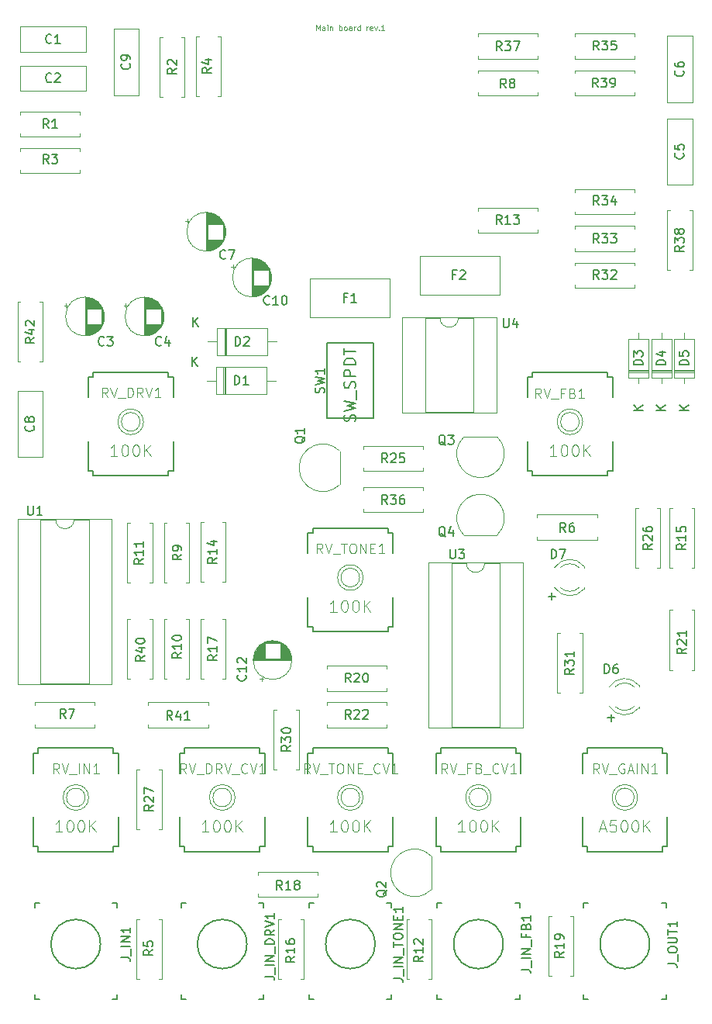
<source format=gto>
G04 #@! TF.GenerationSoftware,KiCad,Pcbnew,(5.0.0)*
G04 #@! TF.CreationDate,2018-11-17T16:41:15+01:00*
G04 #@! TF.ProjectId,Corona_mainBoard,436F726F6E615F6D61696E426F617264,1*
G04 #@! TF.SameCoordinates,Original*
G04 #@! TF.FileFunction,Legend,Top*
G04 #@! TF.FilePolarity,Positive*
%FSLAX46Y46*%
G04 Gerber Fmt 4.6, Leading zero omitted, Abs format (unit mm)*
G04 Created by KiCad (PCBNEW (5.0.0)) date 11/17/18 16:41:15*
%MOMM*%
%LPD*%
G01*
G04 APERTURE LIST*
%ADD10C,0.150000*%
%ADD11C,0.100000*%
%ADD12C,0.120000*%
%ADD13C,0.127000*%
%ADD14C,0.203200*%
%ADD15C,0.050800*%
%ADD16C,0.076200*%
%ADD17C,0.101600*%
G04 APERTURE END LIST*
D10*
X67119047Y-77321428D02*
X67880952Y-77321428D01*
X67500000Y-77702380D02*
X67500000Y-76940476D01*
X60619047Y-64071428D02*
X61380952Y-64071428D01*
X61000000Y-64452380D02*
X61000000Y-63690476D01*
D11*
X35285714Y-2271428D02*
X35285714Y-1671428D01*
X35485714Y-2100000D01*
X35685714Y-1671428D01*
X35685714Y-2271428D01*
X36228571Y-2271428D02*
X36228571Y-1957142D01*
X36200000Y-1900000D01*
X36142857Y-1871428D01*
X36028571Y-1871428D01*
X35971428Y-1900000D01*
X36228571Y-2242857D02*
X36171428Y-2271428D01*
X36028571Y-2271428D01*
X35971428Y-2242857D01*
X35942857Y-2185714D01*
X35942857Y-2128571D01*
X35971428Y-2071428D01*
X36028571Y-2042857D01*
X36171428Y-2042857D01*
X36228571Y-2014285D01*
X36514285Y-2271428D02*
X36514285Y-1871428D01*
X36514285Y-1671428D02*
X36485714Y-1700000D01*
X36514285Y-1728571D01*
X36542857Y-1700000D01*
X36514285Y-1671428D01*
X36514285Y-1728571D01*
X36800000Y-1871428D02*
X36800000Y-2271428D01*
X36800000Y-1928571D02*
X36828571Y-1900000D01*
X36885714Y-1871428D01*
X36971428Y-1871428D01*
X37028571Y-1900000D01*
X37057142Y-1957142D01*
X37057142Y-2271428D01*
X37800000Y-2271428D02*
X37800000Y-1671428D01*
X37800000Y-1900000D02*
X37857142Y-1871428D01*
X37971428Y-1871428D01*
X38028571Y-1900000D01*
X38057142Y-1928571D01*
X38085714Y-1985714D01*
X38085714Y-2157142D01*
X38057142Y-2214285D01*
X38028571Y-2242857D01*
X37971428Y-2271428D01*
X37857142Y-2271428D01*
X37800000Y-2242857D01*
X38428571Y-2271428D02*
X38371428Y-2242857D01*
X38342857Y-2214285D01*
X38314285Y-2157142D01*
X38314285Y-1985714D01*
X38342857Y-1928571D01*
X38371428Y-1900000D01*
X38428571Y-1871428D01*
X38514285Y-1871428D01*
X38571428Y-1900000D01*
X38600000Y-1928571D01*
X38628571Y-1985714D01*
X38628571Y-2157142D01*
X38600000Y-2214285D01*
X38571428Y-2242857D01*
X38514285Y-2271428D01*
X38428571Y-2271428D01*
X39142857Y-2271428D02*
X39142857Y-1957142D01*
X39114285Y-1900000D01*
X39057142Y-1871428D01*
X38942857Y-1871428D01*
X38885714Y-1900000D01*
X39142857Y-2242857D02*
X39085714Y-2271428D01*
X38942857Y-2271428D01*
X38885714Y-2242857D01*
X38857142Y-2185714D01*
X38857142Y-2128571D01*
X38885714Y-2071428D01*
X38942857Y-2042857D01*
X39085714Y-2042857D01*
X39142857Y-2014285D01*
X39428571Y-2271428D02*
X39428571Y-1871428D01*
X39428571Y-1985714D02*
X39457142Y-1928571D01*
X39485714Y-1900000D01*
X39542857Y-1871428D01*
X39600000Y-1871428D01*
X40057142Y-2271428D02*
X40057142Y-1671428D01*
X40057142Y-2242857D02*
X40000000Y-2271428D01*
X39885714Y-2271428D01*
X39828571Y-2242857D01*
X39800000Y-2214285D01*
X39771428Y-2157142D01*
X39771428Y-1985714D01*
X39800000Y-1928571D01*
X39828571Y-1900000D01*
X39885714Y-1871428D01*
X40000000Y-1871428D01*
X40057142Y-1900000D01*
X40800000Y-2271428D02*
X40800000Y-1871428D01*
X40800000Y-1985714D02*
X40828571Y-1928571D01*
X40857142Y-1900000D01*
X40914285Y-1871428D01*
X40971428Y-1871428D01*
X41400000Y-2242857D02*
X41342857Y-2271428D01*
X41228571Y-2271428D01*
X41171428Y-2242857D01*
X41142857Y-2185714D01*
X41142857Y-1957142D01*
X41171428Y-1900000D01*
X41228571Y-1871428D01*
X41342857Y-1871428D01*
X41400000Y-1900000D01*
X41428571Y-1957142D01*
X41428571Y-2014285D01*
X41142857Y-2071428D01*
X41628571Y-1871428D02*
X41771428Y-2271428D01*
X41914285Y-1871428D01*
X42142857Y-2214285D02*
X42171428Y-2242857D01*
X42142857Y-2271428D01*
X42114285Y-2242857D01*
X42142857Y-2214285D01*
X42142857Y-2271428D01*
X42742857Y-2271428D02*
X42400000Y-2271428D01*
X42571428Y-2271428D02*
X42571428Y-1671428D01*
X42514285Y-1757142D01*
X42457142Y-1814285D01*
X42400000Y-1842857D01*
D12*
G04 #@! TO.C,F1*
X34590000Y-29380000D02*
X43330000Y-29380000D01*
X34590000Y-29380000D02*
X34590000Y-33620000D01*
X43330000Y-33620000D02*
X43330000Y-29380000D01*
X43330000Y-33620000D02*
X34590000Y-33620000D01*
G04 #@! TO.C,F2*
X55330000Y-31120000D02*
X46590000Y-31120000D01*
X55330000Y-31120000D02*
X55330000Y-26880000D01*
X46590000Y-26880000D02*
X46590000Y-31120000D01*
X46590000Y-26880000D02*
X55330000Y-26880000D01*
D13*
G04 #@! TO.C,J_IN1*
X11689860Y-102001000D02*
G75*
G03X11689860Y-102001000I-2689860J0D01*
G01*
X13498340Y-97502660D02*
X12997960Y-97502660D01*
X13498340Y-98003040D02*
X13498340Y-97502660D01*
X4501660Y-97502660D02*
X5002040Y-97502660D01*
X4501660Y-98003040D02*
X4501660Y-97502660D01*
X4501660Y-108000480D02*
X4501660Y-107500100D01*
X5002040Y-108000480D02*
X4501660Y-108000480D01*
X13498340Y-108000480D02*
X12997960Y-108000480D01*
X13498340Y-107500100D02*
X13498340Y-108000480D01*
G04 #@! TO.C,J_OUT1*
X73498340Y-107499100D02*
X73498340Y-107999480D01*
X73498340Y-107999480D02*
X72997960Y-107999480D01*
X65002040Y-107999480D02*
X64501660Y-107999480D01*
X64501660Y-107999480D02*
X64501660Y-107499100D01*
X64501660Y-98002040D02*
X64501660Y-97501660D01*
X64501660Y-97501660D02*
X65002040Y-97501660D01*
X73498340Y-98002040D02*
X73498340Y-97501660D01*
X73498340Y-97501660D02*
X72997960Y-97501660D01*
X71689860Y-102000000D02*
G75*
G03X71689860Y-102000000I-2689860J0D01*
G01*
D14*
G04 #@! TO.C,RV_FB1*
X58900440Y-39602500D02*
X67099560Y-39602500D01*
X67099560Y-50897880D02*
X58900440Y-50897880D01*
X58900440Y-40151140D02*
X58351800Y-40151140D01*
X58900440Y-39602500D02*
X58900440Y-40151140D01*
X58900440Y-50349240D02*
X58900440Y-50897880D01*
X58351800Y-50349240D02*
X58900440Y-50349240D01*
X67099560Y-50349240D02*
X67648200Y-50349240D01*
X67099560Y-50897880D02*
X67099560Y-50349240D01*
X67099560Y-40151140D02*
X67099560Y-39602500D01*
X67648200Y-40151140D02*
X67099560Y-40151140D01*
X58351800Y-42350780D02*
X58351800Y-40151140D01*
X58351800Y-50349240D02*
X58351800Y-47148840D01*
X67648200Y-40151140D02*
X67648200Y-42350780D01*
X67648200Y-47148840D02*
X67648200Y-50349240D01*
D15*
X64397000Y-45000000D02*
G75*
G03X64397000Y-45000000I-1397000J0D01*
G01*
X64016000Y-45000000D02*
G75*
G03X64016000Y-45000000I-1016000J0D01*
G01*
D13*
G04 #@! TO.C,SW1*
X36460000Y-44599560D02*
X36460000Y-36400440D01*
X36460000Y-36400440D02*
X41540000Y-36400440D01*
X41540000Y-36400440D02*
X41540000Y-44599560D01*
X41540000Y-44599560D02*
X36460000Y-44599560D01*
D15*
G04 #@! TO.C,RV_GAIN1*
X70016000Y-86000000D02*
G75*
G03X70016000Y-86000000I-1016000J0D01*
G01*
X70397000Y-86000000D02*
G75*
G03X70397000Y-86000000I-1397000J0D01*
G01*
D14*
X73648200Y-88148840D02*
X73648200Y-91349240D01*
X73648200Y-81151140D02*
X73648200Y-83350780D01*
X64351800Y-91349240D02*
X64351800Y-88148840D01*
X64351800Y-83350780D02*
X64351800Y-81151140D01*
X73648200Y-81151140D02*
X73099560Y-81151140D01*
X73099560Y-81151140D02*
X73099560Y-80602500D01*
X73099560Y-91897880D02*
X73099560Y-91349240D01*
X73099560Y-91349240D02*
X73648200Y-91349240D01*
X64351800Y-91349240D02*
X64900440Y-91349240D01*
X64900440Y-91349240D02*
X64900440Y-91897880D01*
X64900440Y-80602500D02*
X64900440Y-81151140D01*
X64900440Y-81151140D02*
X64351800Y-81151140D01*
X73099560Y-91897880D02*
X64900440Y-91897880D01*
X64900440Y-80602500D02*
X73099560Y-80602500D01*
D13*
G04 #@! TO.C,J_IN_DRV1*
X29498340Y-107499100D02*
X29498340Y-107999480D01*
X29498340Y-107999480D02*
X28997960Y-107999480D01*
X21002040Y-107999480D02*
X20501660Y-107999480D01*
X20501660Y-107999480D02*
X20501660Y-107499100D01*
X20501660Y-98002040D02*
X20501660Y-97501660D01*
X20501660Y-97501660D02*
X21002040Y-97501660D01*
X29498340Y-98002040D02*
X29498340Y-97501660D01*
X29498340Y-97501660D02*
X28997960Y-97501660D01*
X27689860Y-102000000D02*
G75*
G03X27689860Y-102000000I-2689860J0D01*
G01*
G04 #@! TO.C,J_IN_FB1*
X55689860Y-102000000D02*
G75*
G03X55689860Y-102000000I-2689860J0D01*
G01*
X57498340Y-97501660D02*
X56997960Y-97501660D01*
X57498340Y-98002040D02*
X57498340Y-97501660D01*
X48501660Y-97501660D02*
X49002040Y-97501660D01*
X48501660Y-98002040D02*
X48501660Y-97501660D01*
X48501660Y-107999480D02*
X48501660Y-107499100D01*
X49002040Y-107999480D02*
X48501660Y-107999480D01*
X57498340Y-107999480D02*
X56997960Y-107999480D01*
X57498340Y-107499100D02*
X57498340Y-107999480D01*
D14*
G04 #@! TO.C,RV_DRV1*
X10900440Y-39602500D02*
X19099560Y-39602500D01*
X19099560Y-50897880D02*
X10900440Y-50897880D01*
X10900440Y-40151140D02*
X10351800Y-40151140D01*
X10900440Y-39602500D02*
X10900440Y-40151140D01*
X10900440Y-50349240D02*
X10900440Y-50897880D01*
X10351800Y-50349240D02*
X10900440Y-50349240D01*
X19099560Y-50349240D02*
X19648200Y-50349240D01*
X19099560Y-50897880D02*
X19099560Y-50349240D01*
X19099560Y-40151140D02*
X19099560Y-39602500D01*
X19648200Y-40151140D02*
X19099560Y-40151140D01*
X10351800Y-42350780D02*
X10351800Y-40151140D01*
X10351800Y-50349240D02*
X10351800Y-47148840D01*
X19648200Y-40151140D02*
X19648200Y-42350780D01*
X19648200Y-47148840D02*
X19648200Y-50349240D01*
D15*
X16397000Y-45000000D02*
G75*
G03X16397000Y-45000000I-1397000J0D01*
G01*
X16016000Y-45000000D02*
G75*
G03X16016000Y-45000000I-1016000J0D01*
G01*
G04 #@! TO.C,RV_DRV_CV1*
X26016000Y-86000000D02*
G75*
G03X26016000Y-86000000I-1016000J0D01*
G01*
X26397000Y-86000000D02*
G75*
G03X26397000Y-86000000I-1397000J0D01*
G01*
D14*
X29648200Y-88148840D02*
X29648200Y-91349240D01*
X29648200Y-81151140D02*
X29648200Y-83350780D01*
X20351800Y-91349240D02*
X20351800Y-88148840D01*
X20351800Y-83350780D02*
X20351800Y-81151140D01*
X29648200Y-81151140D02*
X29099560Y-81151140D01*
X29099560Y-81151140D02*
X29099560Y-80602500D01*
X29099560Y-91897880D02*
X29099560Y-91349240D01*
X29099560Y-91349240D02*
X29648200Y-91349240D01*
X20351800Y-91349240D02*
X20900440Y-91349240D01*
X20900440Y-91349240D02*
X20900440Y-91897880D01*
X20900440Y-80602500D02*
X20900440Y-81151140D01*
X20900440Y-81151140D02*
X20351800Y-81151140D01*
X29099560Y-91897880D02*
X20900440Y-91897880D01*
X20900440Y-80602500D02*
X29099560Y-80602500D01*
D15*
G04 #@! TO.C,RV_FB_CV1*
X54016000Y-86000000D02*
G75*
G03X54016000Y-86000000I-1016000J0D01*
G01*
X54397000Y-86000000D02*
G75*
G03X54397000Y-86000000I-1397000J0D01*
G01*
D14*
X57648200Y-88148840D02*
X57648200Y-91349240D01*
X57648200Y-81151140D02*
X57648200Y-83350780D01*
X48351800Y-91349240D02*
X48351800Y-88148840D01*
X48351800Y-83350780D02*
X48351800Y-81151140D01*
X57648200Y-81151140D02*
X57099560Y-81151140D01*
X57099560Y-81151140D02*
X57099560Y-80602500D01*
X57099560Y-91897880D02*
X57099560Y-91349240D01*
X57099560Y-91349240D02*
X57648200Y-91349240D01*
X48351800Y-91349240D02*
X48900440Y-91349240D01*
X48900440Y-91349240D02*
X48900440Y-91897880D01*
X48900440Y-80602500D02*
X48900440Y-81151140D01*
X48900440Y-81151140D02*
X48351800Y-81151140D01*
X57099560Y-91897880D02*
X48900440Y-91897880D01*
X48900440Y-80602500D02*
X57099560Y-80602500D01*
D13*
G04 #@! TO.C,J_IN_TONE1*
X41689860Y-102000000D02*
G75*
G03X41689860Y-102000000I-2689860J0D01*
G01*
X43498340Y-97501660D02*
X42997960Y-97501660D01*
X43498340Y-98002040D02*
X43498340Y-97501660D01*
X34501660Y-97501660D02*
X35002040Y-97501660D01*
X34501660Y-98002040D02*
X34501660Y-97501660D01*
X34501660Y-107999480D02*
X34501660Y-107499100D01*
X35002040Y-107999480D02*
X34501660Y-107999480D01*
X43498340Y-107999480D02*
X42997960Y-107999480D01*
X43498340Y-107499100D02*
X43498340Y-107999480D01*
D15*
G04 #@! TO.C,RV_IN1*
X10016000Y-86000000D02*
G75*
G03X10016000Y-86000000I-1016000J0D01*
G01*
X10397000Y-86000000D02*
G75*
G03X10397000Y-86000000I-1397000J0D01*
G01*
D14*
X13648200Y-88148840D02*
X13648200Y-91349240D01*
X13648200Y-81151140D02*
X13648200Y-83350780D01*
X4351800Y-91349240D02*
X4351800Y-88148840D01*
X4351800Y-83350780D02*
X4351800Y-81151140D01*
X13648200Y-81151140D02*
X13099560Y-81151140D01*
X13099560Y-81151140D02*
X13099560Y-80602500D01*
X13099560Y-91897880D02*
X13099560Y-91349240D01*
X13099560Y-91349240D02*
X13648200Y-91349240D01*
X4351800Y-91349240D02*
X4900440Y-91349240D01*
X4900440Y-91349240D02*
X4900440Y-91897880D01*
X4900440Y-80602500D02*
X4900440Y-81151140D01*
X4900440Y-81151140D02*
X4351800Y-81151140D01*
X13099560Y-91897880D02*
X4900440Y-91897880D01*
X4900440Y-80602500D02*
X13099560Y-80602500D01*
G04 #@! TO.C,RV_TONE1*
X34900440Y-56602500D02*
X43099560Y-56602500D01*
X43099560Y-67897880D02*
X34900440Y-67897880D01*
X34900440Y-57151140D02*
X34351800Y-57151140D01*
X34900440Y-56602500D02*
X34900440Y-57151140D01*
X34900440Y-67349240D02*
X34900440Y-67897880D01*
X34351800Y-67349240D02*
X34900440Y-67349240D01*
X43099560Y-67349240D02*
X43648200Y-67349240D01*
X43099560Y-67897880D02*
X43099560Y-67349240D01*
X43099560Y-57151140D02*
X43099560Y-56602500D01*
X43648200Y-57151140D02*
X43099560Y-57151140D01*
X34351800Y-59350780D02*
X34351800Y-57151140D01*
X34351800Y-67349240D02*
X34351800Y-64148840D01*
X43648200Y-57151140D02*
X43648200Y-59350780D01*
X43648200Y-64148840D02*
X43648200Y-67349240D01*
D15*
X40397000Y-62000000D02*
G75*
G03X40397000Y-62000000I-1397000J0D01*
G01*
X40016000Y-62000000D02*
G75*
G03X40016000Y-62000000I-1016000J0D01*
G01*
G04 #@! TO.C,RV_TONE_CV1*
X40016000Y-86000000D02*
G75*
G03X40016000Y-86000000I-1016000J0D01*
G01*
X40397000Y-86000000D02*
G75*
G03X40397000Y-86000000I-1397000J0D01*
G01*
D14*
X43648200Y-88148840D02*
X43648200Y-91349240D01*
X43648200Y-81151140D02*
X43648200Y-83350780D01*
X34351800Y-91349240D02*
X34351800Y-88148840D01*
X34351800Y-83350780D02*
X34351800Y-81151140D01*
X43648200Y-81151140D02*
X43099560Y-81151140D01*
X43099560Y-81151140D02*
X43099560Y-80602500D01*
X43099560Y-91897880D02*
X43099560Y-91349240D01*
X43099560Y-91349240D02*
X43648200Y-91349240D01*
X34351800Y-91349240D02*
X34900440Y-91349240D01*
X34900440Y-91349240D02*
X34900440Y-91897880D01*
X34900440Y-80602500D02*
X34900440Y-81151140D01*
X34900440Y-81151140D02*
X34351800Y-81151140D01*
X43099560Y-91897880D02*
X34900440Y-91897880D01*
X34900440Y-80602500D02*
X43099560Y-80602500D01*
D12*
G04 #@! TO.C,C1*
X10120000Y-1880000D02*
X10120000Y-4620000D01*
X2880000Y-1880000D02*
X2880000Y-4620000D01*
X2880000Y-4620000D02*
X10120000Y-4620000D01*
X2880000Y-1880000D02*
X10120000Y-1880000D01*
G04 #@! TO.C,C2*
X10120000Y-8870000D02*
X2880000Y-8870000D01*
X10120000Y-6130000D02*
X2880000Y-6130000D01*
X10120000Y-8870000D02*
X10120000Y-6130000D01*
X2880000Y-8870000D02*
X2880000Y-6130000D01*
G04 #@! TO.C,C5*
X73630000Y-19120000D02*
X73630000Y-11880000D01*
X76370000Y-19120000D02*
X76370000Y-11880000D01*
X73630000Y-19120000D02*
X76370000Y-19120000D01*
X73630000Y-11880000D02*
X76370000Y-11880000D01*
G04 #@! TO.C,C6*
X76370000Y-10120000D02*
X73630000Y-10120000D01*
X76370000Y-2880000D02*
X73630000Y-2880000D01*
X73630000Y-2880000D02*
X73630000Y-10120000D01*
X76370000Y-2880000D02*
X76370000Y-10120000D01*
G04 #@! TO.C,C8*
X5370000Y-48870000D02*
X2630000Y-48870000D01*
X5370000Y-41630000D02*
X2630000Y-41630000D01*
X2630000Y-41630000D02*
X2630000Y-48870000D01*
X5370000Y-41630000D02*
X5370000Y-48870000D01*
G04 #@! TO.C,C9*
X13130000Y-9370000D02*
X13130000Y-2130000D01*
X15870000Y-9370000D02*
X15870000Y-2130000D01*
X13130000Y-9370000D02*
X15870000Y-9370000D01*
X13130000Y-2130000D02*
X15870000Y-2130000D01*
G04 #@! TO.C,C3*
X12120000Y-33500000D02*
G75*
G03X12120000Y-33500000I-2120000J0D01*
G01*
X10000000Y-31420000D02*
X10000000Y-35580000D01*
X10040000Y-31420000D02*
X10040000Y-35580000D01*
X10080000Y-31421000D02*
X10080000Y-35579000D01*
X10120000Y-31423000D02*
X10120000Y-35577000D01*
X10160000Y-31426000D02*
X10160000Y-35574000D01*
X10200000Y-31429000D02*
X10200000Y-32660000D01*
X10200000Y-34340000D02*
X10200000Y-35571000D01*
X10240000Y-31433000D02*
X10240000Y-32660000D01*
X10240000Y-34340000D02*
X10240000Y-35567000D01*
X10280000Y-31438000D02*
X10280000Y-32660000D01*
X10280000Y-34340000D02*
X10280000Y-35562000D01*
X10320000Y-31444000D02*
X10320000Y-32660000D01*
X10320000Y-34340000D02*
X10320000Y-35556000D01*
X10360000Y-31450000D02*
X10360000Y-32660000D01*
X10360000Y-34340000D02*
X10360000Y-35550000D01*
X10400000Y-31458000D02*
X10400000Y-32660000D01*
X10400000Y-34340000D02*
X10400000Y-35542000D01*
X10440000Y-31466000D02*
X10440000Y-32660000D01*
X10440000Y-34340000D02*
X10440000Y-35534000D01*
X10480000Y-31475000D02*
X10480000Y-32660000D01*
X10480000Y-34340000D02*
X10480000Y-35525000D01*
X10520000Y-31484000D02*
X10520000Y-32660000D01*
X10520000Y-34340000D02*
X10520000Y-35516000D01*
X10560000Y-31495000D02*
X10560000Y-32660000D01*
X10560000Y-34340000D02*
X10560000Y-35505000D01*
X10600000Y-31506000D02*
X10600000Y-32660000D01*
X10600000Y-34340000D02*
X10600000Y-35494000D01*
X10640000Y-31518000D02*
X10640000Y-32660000D01*
X10640000Y-34340000D02*
X10640000Y-35482000D01*
X10680000Y-31532000D02*
X10680000Y-32660000D01*
X10680000Y-34340000D02*
X10680000Y-35468000D01*
X10721000Y-31546000D02*
X10721000Y-32660000D01*
X10721000Y-34340000D02*
X10721000Y-35454000D01*
X10761000Y-31560000D02*
X10761000Y-32660000D01*
X10761000Y-34340000D02*
X10761000Y-35440000D01*
X10801000Y-31576000D02*
X10801000Y-32660000D01*
X10801000Y-34340000D02*
X10801000Y-35424000D01*
X10841000Y-31593000D02*
X10841000Y-32660000D01*
X10841000Y-34340000D02*
X10841000Y-35407000D01*
X10881000Y-31611000D02*
X10881000Y-32660000D01*
X10881000Y-34340000D02*
X10881000Y-35389000D01*
X10921000Y-31630000D02*
X10921000Y-32660000D01*
X10921000Y-34340000D02*
X10921000Y-35370000D01*
X10961000Y-31649000D02*
X10961000Y-32660000D01*
X10961000Y-34340000D02*
X10961000Y-35351000D01*
X11001000Y-31670000D02*
X11001000Y-32660000D01*
X11001000Y-34340000D02*
X11001000Y-35330000D01*
X11041000Y-31692000D02*
X11041000Y-32660000D01*
X11041000Y-34340000D02*
X11041000Y-35308000D01*
X11081000Y-31715000D02*
X11081000Y-32660000D01*
X11081000Y-34340000D02*
X11081000Y-35285000D01*
X11121000Y-31740000D02*
X11121000Y-32660000D01*
X11121000Y-34340000D02*
X11121000Y-35260000D01*
X11161000Y-31765000D02*
X11161000Y-32660000D01*
X11161000Y-34340000D02*
X11161000Y-35235000D01*
X11201000Y-31792000D02*
X11201000Y-32660000D01*
X11201000Y-34340000D02*
X11201000Y-35208000D01*
X11241000Y-31820000D02*
X11241000Y-32660000D01*
X11241000Y-34340000D02*
X11241000Y-35180000D01*
X11281000Y-31850000D02*
X11281000Y-32660000D01*
X11281000Y-34340000D02*
X11281000Y-35150000D01*
X11321000Y-31881000D02*
X11321000Y-32660000D01*
X11321000Y-34340000D02*
X11321000Y-35119000D01*
X11361000Y-31913000D02*
X11361000Y-32660000D01*
X11361000Y-34340000D02*
X11361000Y-35087000D01*
X11401000Y-31948000D02*
X11401000Y-32660000D01*
X11401000Y-34340000D02*
X11401000Y-35052000D01*
X11441000Y-31984000D02*
X11441000Y-32660000D01*
X11441000Y-34340000D02*
X11441000Y-35016000D01*
X11481000Y-32022000D02*
X11481000Y-32660000D01*
X11481000Y-34340000D02*
X11481000Y-34978000D01*
X11521000Y-32062000D02*
X11521000Y-32660000D01*
X11521000Y-34340000D02*
X11521000Y-34938000D01*
X11561000Y-32104000D02*
X11561000Y-32660000D01*
X11561000Y-34340000D02*
X11561000Y-34896000D01*
X11601000Y-32149000D02*
X11601000Y-32660000D01*
X11601000Y-34340000D02*
X11601000Y-34851000D01*
X11641000Y-32196000D02*
X11641000Y-32660000D01*
X11641000Y-34340000D02*
X11641000Y-34804000D01*
X11681000Y-32246000D02*
X11681000Y-32660000D01*
X11681000Y-34340000D02*
X11681000Y-34754000D01*
X11721000Y-32300000D02*
X11721000Y-32660000D01*
X11721000Y-34340000D02*
X11721000Y-34700000D01*
X11761000Y-32358000D02*
X11761000Y-32660000D01*
X11761000Y-34340000D02*
X11761000Y-34642000D01*
X11801000Y-32420000D02*
X11801000Y-32660000D01*
X11801000Y-34340000D02*
X11801000Y-34580000D01*
X11841000Y-32487000D02*
X11841000Y-34513000D01*
X11881000Y-32560000D02*
X11881000Y-34440000D01*
X11921000Y-32641000D02*
X11921000Y-34359000D01*
X11961000Y-32732000D02*
X11961000Y-34268000D01*
X12001000Y-32836000D02*
X12001000Y-34164000D01*
X12041000Y-32963000D02*
X12041000Y-34037000D01*
X12081000Y-33130000D02*
X12081000Y-33870000D01*
X7730199Y-32305000D02*
X8130199Y-32305000D01*
X7930199Y-32105000D02*
X7930199Y-32505000D01*
G04 #@! TO.C,C4*
X14430199Y-32105000D02*
X14430199Y-32505000D01*
X14230199Y-32305000D02*
X14630199Y-32305000D01*
X18581000Y-33130000D02*
X18581000Y-33870000D01*
X18541000Y-32963000D02*
X18541000Y-34037000D01*
X18501000Y-32836000D02*
X18501000Y-34164000D01*
X18461000Y-32732000D02*
X18461000Y-34268000D01*
X18421000Y-32641000D02*
X18421000Y-34359000D01*
X18381000Y-32560000D02*
X18381000Y-34440000D01*
X18341000Y-32487000D02*
X18341000Y-34513000D01*
X18301000Y-34340000D02*
X18301000Y-34580000D01*
X18301000Y-32420000D02*
X18301000Y-32660000D01*
X18261000Y-34340000D02*
X18261000Y-34642000D01*
X18261000Y-32358000D02*
X18261000Y-32660000D01*
X18221000Y-34340000D02*
X18221000Y-34700000D01*
X18221000Y-32300000D02*
X18221000Y-32660000D01*
X18181000Y-34340000D02*
X18181000Y-34754000D01*
X18181000Y-32246000D02*
X18181000Y-32660000D01*
X18141000Y-34340000D02*
X18141000Y-34804000D01*
X18141000Y-32196000D02*
X18141000Y-32660000D01*
X18101000Y-34340000D02*
X18101000Y-34851000D01*
X18101000Y-32149000D02*
X18101000Y-32660000D01*
X18061000Y-34340000D02*
X18061000Y-34896000D01*
X18061000Y-32104000D02*
X18061000Y-32660000D01*
X18021000Y-34340000D02*
X18021000Y-34938000D01*
X18021000Y-32062000D02*
X18021000Y-32660000D01*
X17981000Y-34340000D02*
X17981000Y-34978000D01*
X17981000Y-32022000D02*
X17981000Y-32660000D01*
X17941000Y-34340000D02*
X17941000Y-35016000D01*
X17941000Y-31984000D02*
X17941000Y-32660000D01*
X17901000Y-34340000D02*
X17901000Y-35052000D01*
X17901000Y-31948000D02*
X17901000Y-32660000D01*
X17861000Y-34340000D02*
X17861000Y-35087000D01*
X17861000Y-31913000D02*
X17861000Y-32660000D01*
X17821000Y-34340000D02*
X17821000Y-35119000D01*
X17821000Y-31881000D02*
X17821000Y-32660000D01*
X17781000Y-34340000D02*
X17781000Y-35150000D01*
X17781000Y-31850000D02*
X17781000Y-32660000D01*
X17741000Y-34340000D02*
X17741000Y-35180000D01*
X17741000Y-31820000D02*
X17741000Y-32660000D01*
X17701000Y-34340000D02*
X17701000Y-35208000D01*
X17701000Y-31792000D02*
X17701000Y-32660000D01*
X17661000Y-34340000D02*
X17661000Y-35235000D01*
X17661000Y-31765000D02*
X17661000Y-32660000D01*
X17621000Y-34340000D02*
X17621000Y-35260000D01*
X17621000Y-31740000D02*
X17621000Y-32660000D01*
X17581000Y-34340000D02*
X17581000Y-35285000D01*
X17581000Y-31715000D02*
X17581000Y-32660000D01*
X17541000Y-34340000D02*
X17541000Y-35308000D01*
X17541000Y-31692000D02*
X17541000Y-32660000D01*
X17501000Y-34340000D02*
X17501000Y-35330000D01*
X17501000Y-31670000D02*
X17501000Y-32660000D01*
X17461000Y-34340000D02*
X17461000Y-35351000D01*
X17461000Y-31649000D02*
X17461000Y-32660000D01*
X17421000Y-34340000D02*
X17421000Y-35370000D01*
X17421000Y-31630000D02*
X17421000Y-32660000D01*
X17381000Y-34340000D02*
X17381000Y-35389000D01*
X17381000Y-31611000D02*
X17381000Y-32660000D01*
X17341000Y-34340000D02*
X17341000Y-35407000D01*
X17341000Y-31593000D02*
X17341000Y-32660000D01*
X17301000Y-34340000D02*
X17301000Y-35424000D01*
X17301000Y-31576000D02*
X17301000Y-32660000D01*
X17261000Y-34340000D02*
X17261000Y-35440000D01*
X17261000Y-31560000D02*
X17261000Y-32660000D01*
X17221000Y-34340000D02*
X17221000Y-35454000D01*
X17221000Y-31546000D02*
X17221000Y-32660000D01*
X17180000Y-34340000D02*
X17180000Y-35468000D01*
X17180000Y-31532000D02*
X17180000Y-32660000D01*
X17140000Y-34340000D02*
X17140000Y-35482000D01*
X17140000Y-31518000D02*
X17140000Y-32660000D01*
X17100000Y-34340000D02*
X17100000Y-35494000D01*
X17100000Y-31506000D02*
X17100000Y-32660000D01*
X17060000Y-34340000D02*
X17060000Y-35505000D01*
X17060000Y-31495000D02*
X17060000Y-32660000D01*
X17020000Y-34340000D02*
X17020000Y-35516000D01*
X17020000Y-31484000D02*
X17020000Y-32660000D01*
X16980000Y-34340000D02*
X16980000Y-35525000D01*
X16980000Y-31475000D02*
X16980000Y-32660000D01*
X16940000Y-34340000D02*
X16940000Y-35534000D01*
X16940000Y-31466000D02*
X16940000Y-32660000D01*
X16900000Y-34340000D02*
X16900000Y-35542000D01*
X16900000Y-31458000D02*
X16900000Y-32660000D01*
X16860000Y-34340000D02*
X16860000Y-35550000D01*
X16860000Y-31450000D02*
X16860000Y-32660000D01*
X16820000Y-34340000D02*
X16820000Y-35556000D01*
X16820000Y-31444000D02*
X16820000Y-32660000D01*
X16780000Y-34340000D02*
X16780000Y-35562000D01*
X16780000Y-31438000D02*
X16780000Y-32660000D01*
X16740000Y-34340000D02*
X16740000Y-35567000D01*
X16740000Y-31433000D02*
X16740000Y-32660000D01*
X16700000Y-34340000D02*
X16700000Y-35571000D01*
X16700000Y-31429000D02*
X16700000Y-32660000D01*
X16660000Y-31426000D02*
X16660000Y-35574000D01*
X16620000Y-31423000D02*
X16620000Y-35577000D01*
X16580000Y-31421000D02*
X16580000Y-35579000D01*
X16540000Y-31420000D02*
X16540000Y-35580000D01*
X16500000Y-31420000D02*
X16500000Y-35580000D01*
X18620000Y-33500000D02*
G75*
G03X18620000Y-33500000I-2120000J0D01*
G01*
G04 #@! TO.C,C7*
X21180199Y-22855000D02*
X21180199Y-23255000D01*
X20980199Y-23055000D02*
X21380199Y-23055000D01*
X25331000Y-23880000D02*
X25331000Y-24620000D01*
X25291000Y-23713000D02*
X25291000Y-24787000D01*
X25251000Y-23586000D02*
X25251000Y-24914000D01*
X25211000Y-23482000D02*
X25211000Y-25018000D01*
X25171000Y-23391000D02*
X25171000Y-25109000D01*
X25131000Y-23310000D02*
X25131000Y-25190000D01*
X25091000Y-23237000D02*
X25091000Y-25263000D01*
X25051000Y-25090000D02*
X25051000Y-25330000D01*
X25051000Y-23170000D02*
X25051000Y-23410000D01*
X25011000Y-25090000D02*
X25011000Y-25392000D01*
X25011000Y-23108000D02*
X25011000Y-23410000D01*
X24971000Y-25090000D02*
X24971000Y-25450000D01*
X24971000Y-23050000D02*
X24971000Y-23410000D01*
X24931000Y-25090000D02*
X24931000Y-25504000D01*
X24931000Y-22996000D02*
X24931000Y-23410000D01*
X24891000Y-25090000D02*
X24891000Y-25554000D01*
X24891000Y-22946000D02*
X24891000Y-23410000D01*
X24851000Y-25090000D02*
X24851000Y-25601000D01*
X24851000Y-22899000D02*
X24851000Y-23410000D01*
X24811000Y-25090000D02*
X24811000Y-25646000D01*
X24811000Y-22854000D02*
X24811000Y-23410000D01*
X24771000Y-25090000D02*
X24771000Y-25688000D01*
X24771000Y-22812000D02*
X24771000Y-23410000D01*
X24731000Y-25090000D02*
X24731000Y-25728000D01*
X24731000Y-22772000D02*
X24731000Y-23410000D01*
X24691000Y-25090000D02*
X24691000Y-25766000D01*
X24691000Y-22734000D02*
X24691000Y-23410000D01*
X24651000Y-25090000D02*
X24651000Y-25802000D01*
X24651000Y-22698000D02*
X24651000Y-23410000D01*
X24611000Y-25090000D02*
X24611000Y-25837000D01*
X24611000Y-22663000D02*
X24611000Y-23410000D01*
X24571000Y-25090000D02*
X24571000Y-25869000D01*
X24571000Y-22631000D02*
X24571000Y-23410000D01*
X24531000Y-25090000D02*
X24531000Y-25900000D01*
X24531000Y-22600000D02*
X24531000Y-23410000D01*
X24491000Y-25090000D02*
X24491000Y-25930000D01*
X24491000Y-22570000D02*
X24491000Y-23410000D01*
X24451000Y-25090000D02*
X24451000Y-25958000D01*
X24451000Y-22542000D02*
X24451000Y-23410000D01*
X24411000Y-25090000D02*
X24411000Y-25985000D01*
X24411000Y-22515000D02*
X24411000Y-23410000D01*
X24371000Y-25090000D02*
X24371000Y-26010000D01*
X24371000Y-22490000D02*
X24371000Y-23410000D01*
X24331000Y-25090000D02*
X24331000Y-26035000D01*
X24331000Y-22465000D02*
X24331000Y-23410000D01*
X24291000Y-25090000D02*
X24291000Y-26058000D01*
X24291000Y-22442000D02*
X24291000Y-23410000D01*
X24251000Y-25090000D02*
X24251000Y-26080000D01*
X24251000Y-22420000D02*
X24251000Y-23410000D01*
X24211000Y-25090000D02*
X24211000Y-26101000D01*
X24211000Y-22399000D02*
X24211000Y-23410000D01*
X24171000Y-25090000D02*
X24171000Y-26120000D01*
X24171000Y-22380000D02*
X24171000Y-23410000D01*
X24131000Y-25090000D02*
X24131000Y-26139000D01*
X24131000Y-22361000D02*
X24131000Y-23410000D01*
X24091000Y-25090000D02*
X24091000Y-26157000D01*
X24091000Y-22343000D02*
X24091000Y-23410000D01*
X24051000Y-25090000D02*
X24051000Y-26174000D01*
X24051000Y-22326000D02*
X24051000Y-23410000D01*
X24011000Y-25090000D02*
X24011000Y-26190000D01*
X24011000Y-22310000D02*
X24011000Y-23410000D01*
X23971000Y-25090000D02*
X23971000Y-26204000D01*
X23971000Y-22296000D02*
X23971000Y-23410000D01*
X23930000Y-25090000D02*
X23930000Y-26218000D01*
X23930000Y-22282000D02*
X23930000Y-23410000D01*
X23890000Y-25090000D02*
X23890000Y-26232000D01*
X23890000Y-22268000D02*
X23890000Y-23410000D01*
X23850000Y-25090000D02*
X23850000Y-26244000D01*
X23850000Y-22256000D02*
X23850000Y-23410000D01*
X23810000Y-25090000D02*
X23810000Y-26255000D01*
X23810000Y-22245000D02*
X23810000Y-23410000D01*
X23770000Y-25090000D02*
X23770000Y-26266000D01*
X23770000Y-22234000D02*
X23770000Y-23410000D01*
X23730000Y-25090000D02*
X23730000Y-26275000D01*
X23730000Y-22225000D02*
X23730000Y-23410000D01*
X23690000Y-25090000D02*
X23690000Y-26284000D01*
X23690000Y-22216000D02*
X23690000Y-23410000D01*
X23650000Y-25090000D02*
X23650000Y-26292000D01*
X23650000Y-22208000D02*
X23650000Y-23410000D01*
X23610000Y-25090000D02*
X23610000Y-26300000D01*
X23610000Y-22200000D02*
X23610000Y-23410000D01*
X23570000Y-25090000D02*
X23570000Y-26306000D01*
X23570000Y-22194000D02*
X23570000Y-23410000D01*
X23530000Y-25090000D02*
X23530000Y-26312000D01*
X23530000Y-22188000D02*
X23530000Y-23410000D01*
X23490000Y-25090000D02*
X23490000Y-26317000D01*
X23490000Y-22183000D02*
X23490000Y-23410000D01*
X23450000Y-25090000D02*
X23450000Y-26321000D01*
X23450000Y-22179000D02*
X23450000Y-23410000D01*
X23410000Y-22176000D02*
X23410000Y-26324000D01*
X23370000Y-22173000D02*
X23370000Y-26327000D01*
X23330000Y-22171000D02*
X23330000Y-26329000D01*
X23290000Y-22170000D02*
X23290000Y-26330000D01*
X23250000Y-22170000D02*
X23250000Y-26330000D01*
X25370000Y-24250000D02*
G75*
G03X25370000Y-24250000I-2120000J0D01*
G01*
G04 #@! TO.C,C10*
X30370000Y-29250000D02*
G75*
G03X30370000Y-29250000I-2120000J0D01*
G01*
X28250000Y-27170000D02*
X28250000Y-31330000D01*
X28290000Y-27170000D02*
X28290000Y-31330000D01*
X28330000Y-27171000D02*
X28330000Y-31329000D01*
X28370000Y-27173000D02*
X28370000Y-31327000D01*
X28410000Y-27176000D02*
X28410000Y-31324000D01*
X28450000Y-27179000D02*
X28450000Y-28410000D01*
X28450000Y-30090000D02*
X28450000Y-31321000D01*
X28490000Y-27183000D02*
X28490000Y-28410000D01*
X28490000Y-30090000D02*
X28490000Y-31317000D01*
X28530000Y-27188000D02*
X28530000Y-28410000D01*
X28530000Y-30090000D02*
X28530000Y-31312000D01*
X28570000Y-27194000D02*
X28570000Y-28410000D01*
X28570000Y-30090000D02*
X28570000Y-31306000D01*
X28610000Y-27200000D02*
X28610000Y-28410000D01*
X28610000Y-30090000D02*
X28610000Y-31300000D01*
X28650000Y-27208000D02*
X28650000Y-28410000D01*
X28650000Y-30090000D02*
X28650000Y-31292000D01*
X28690000Y-27216000D02*
X28690000Y-28410000D01*
X28690000Y-30090000D02*
X28690000Y-31284000D01*
X28730000Y-27225000D02*
X28730000Y-28410000D01*
X28730000Y-30090000D02*
X28730000Y-31275000D01*
X28770000Y-27234000D02*
X28770000Y-28410000D01*
X28770000Y-30090000D02*
X28770000Y-31266000D01*
X28810000Y-27245000D02*
X28810000Y-28410000D01*
X28810000Y-30090000D02*
X28810000Y-31255000D01*
X28850000Y-27256000D02*
X28850000Y-28410000D01*
X28850000Y-30090000D02*
X28850000Y-31244000D01*
X28890000Y-27268000D02*
X28890000Y-28410000D01*
X28890000Y-30090000D02*
X28890000Y-31232000D01*
X28930000Y-27282000D02*
X28930000Y-28410000D01*
X28930000Y-30090000D02*
X28930000Y-31218000D01*
X28971000Y-27296000D02*
X28971000Y-28410000D01*
X28971000Y-30090000D02*
X28971000Y-31204000D01*
X29011000Y-27310000D02*
X29011000Y-28410000D01*
X29011000Y-30090000D02*
X29011000Y-31190000D01*
X29051000Y-27326000D02*
X29051000Y-28410000D01*
X29051000Y-30090000D02*
X29051000Y-31174000D01*
X29091000Y-27343000D02*
X29091000Y-28410000D01*
X29091000Y-30090000D02*
X29091000Y-31157000D01*
X29131000Y-27361000D02*
X29131000Y-28410000D01*
X29131000Y-30090000D02*
X29131000Y-31139000D01*
X29171000Y-27380000D02*
X29171000Y-28410000D01*
X29171000Y-30090000D02*
X29171000Y-31120000D01*
X29211000Y-27399000D02*
X29211000Y-28410000D01*
X29211000Y-30090000D02*
X29211000Y-31101000D01*
X29251000Y-27420000D02*
X29251000Y-28410000D01*
X29251000Y-30090000D02*
X29251000Y-31080000D01*
X29291000Y-27442000D02*
X29291000Y-28410000D01*
X29291000Y-30090000D02*
X29291000Y-31058000D01*
X29331000Y-27465000D02*
X29331000Y-28410000D01*
X29331000Y-30090000D02*
X29331000Y-31035000D01*
X29371000Y-27490000D02*
X29371000Y-28410000D01*
X29371000Y-30090000D02*
X29371000Y-31010000D01*
X29411000Y-27515000D02*
X29411000Y-28410000D01*
X29411000Y-30090000D02*
X29411000Y-30985000D01*
X29451000Y-27542000D02*
X29451000Y-28410000D01*
X29451000Y-30090000D02*
X29451000Y-30958000D01*
X29491000Y-27570000D02*
X29491000Y-28410000D01*
X29491000Y-30090000D02*
X29491000Y-30930000D01*
X29531000Y-27600000D02*
X29531000Y-28410000D01*
X29531000Y-30090000D02*
X29531000Y-30900000D01*
X29571000Y-27631000D02*
X29571000Y-28410000D01*
X29571000Y-30090000D02*
X29571000Y-30869000D01*
X29611000Y-27663000D02*
X29611000Y-28410000D01*
X29611000Y-30090000D02*
X29611000Y-30837000D01*
X29651000Y-27698000D02*
X29651000Y-28410000D01*
X29651000Y-30090000D02*
X29651000Y-30802000D01*
X29691000Y-27734000D02*
X29691000Y-28410000D01*
X29691000Y-30090000D02*
X29691000Y-30766000D01*
X29731000Y-27772000D02*
X29731000Y-28410000D01*
X29731000Y-30090000D02*
X29731000Y-30728000D01*
X29771000Y-27812000D02*
X29771000Y-28410000D01*
X29771000Y-30090000D02*
X29771000Y-30688000D01*
X29811000Y-27854000D02*
X29811000Y-28410000D01*
X29811000Y-30090000D02*
X29811000Y-30646000D01*
X29851000Y-27899000D02*
X29851000Y-28410000D01*
X29851000Y-30090000D02*
X29851000Y-30601000D01*
X29891000Y-27946000D02*
X29891000Y-28410000D01*
X29891000Y-30090000D02*
X29891000Y-30554000D01*
X29931000Y-27996000D02*
X29931000Y-28410000D01*
X29931000Y-30090000D02*
X29931000Y-30504000D01*
X29971000Y-28050000D02*
X29971000Y-28410000D01*
X29971000Y-30090000D02*
X29971000Y-30450000D01*
X30011000Y-28108000D02*
X30011000Y-28410000D01*
X30011000Y-30090000D02*
X30011000Y-30392000D01*
X30051000Y-28170000D02*
X30051000Y-28410000D01*
X30051000Y-30090000D02*
X30051000Y-30330000D01*
X30091000Y-28237000D02*
X30091000Y-30263000D01*
X30131000Y-28310000D02*
X30131000Y-30190000D01*
X30171000Y-28391000D02*
X30171000Y-30109000D01*
X30211000Y-28482000D02*
X30211000Y-30018000D01*
X30251000Y-28586000D02*
X30251000Y-29914000D01*
X30291000Y-28713000D02*
X30291000Y-29787000D01*
X30331000Y-28880000D02*
X30331000Y-29620000D01*
X25980199Y-28055000D02*
X26380199Y-28055000D01*
X26180199Y-27855000D02*
X26180199Y-28255000D01*
G04 #@! TO.C,C12*
X32620000Y-71000000D02*
G75*
G03X32620000Y-71000000I-2120000J0D01*
G01*
X28420000Y-71000000D02*
X32580000Y-71000000D01*
X28420000Y-70960000D02*
X32580000Y-70960000D01*
X28421000Y-70920000D02*
X32579000Y-70920000D01*
X28423000Y-70880000D02*
X32577000Y-70880000D01*
X28426000Y-70840000D02*
X32574000Y-70840000D01*
X28429000Y-70800000D02*
X29660000Y-70800000D01*
X31340000Y-70800000D02*
X32571000Y-70800000D01*
X28433000Y-70760000D02*
X29660000Y-70760000D01*
X31340000Y-70760000D02*
X32567000Y-70760000D01*
X28438000Y-70720000D02*
X29660000Y-70720000D01*
X31340000Y-70720000D02*
X32562000Y-70720000D01*
X28444000Y-70680000D02*
X29660000Y-70680000D01*
X31340000Y-70680000D02*
X32556000Y-70680000D01*
X28450000Y-70640000D02*
X29660000Y-70640000D01*
X31340000Y-70640000D02*
X32550000Y-70640000D01*
X28458000Y-70600000D02*
X29660000Y-70600000D01*
X31340000Y-70600000D02*
X32542000Y-70600000D01*
X28466000Y-70560000D02*
X29660000Y-70560000D01*
X31340000Y-70560000D02*
X32534000Y-70560000D01*
X28475000Y-70520000D02*
X29660000Y-70520000D01*
X31340000Y-70520000D02*
X32525000Y-70520000D01*
X28484000Y-70480000D02*
X29660000Y-70480000D01*
X31340000Y-70480000D02*
X32516000Y-70480000D01*
X28495000Y-70440000D02*
X29660000Y-70440000D01*
X31340000Y-70440000D02*
X32505000Y-70440000D01*
X28506000Y-70400000D02*
X29660000Y-70400000D01*
X31340000Y-70400000D02*
X32494000Y-70400000D01*
X28518000Y-70360000D02*
X29660000Y-70360000D01*
X31340000Y-70360000D02*
X32482000Y-70360000D01*
X28532000Y-70320000D02*
X29660000Y-70320000D01*
X31340000Y-70320000D02*
X32468000Y-70320000D01*
X28546000Y-70279000D02*
X29660000Y-70279000D01*
X31340000Y-70279000D02*
X32454000Y-70279000D01*
X28560000Y-70239000D02*
X29660000Y-70239000D01*
X31340000Y-70239000D02*
X32440000Y-70239000D01*
X28576000Y-70199000D02*
X29660000Y-70199000D01*
X31340000Y-70199000D02*
X32424000Y-70199000D01*
X28593000Y-70159000D02*
X29660000Y-70159000D01*
X31340000Y-70159000D02*
X32407000Y-70159000D01*
X28611000Y-70119000D02*
X29660000Y-70119000D01*
X31340000Y-70119000D02*
X32389000Y-70119000D01*
X28630000Y-70079000D02*
X29660000Y-70079000D01*
X31340000Y-70079000D02*
X32370000Y-70079000D01*
X28649000Y-70039000D02*
X29660000Y-70039000D01*
X31340000Y-70039000D02*
X32351000Y-70039000D01*
X28670000Y-69999000D02*
X29660000Y-69999000D01*
X31340000Y-69999000D02*
X32330000Y-69999000D01*
X28692000Y-69959000D02*
X29660000Y-69959000D01*
X31340000Y-69959000D02*
X32308000Y-69959000D01*
X28715000Y-69919000D02*
X29660000Y-69919000D01*
X31340000Y-69919000D02*
X32285000Y-69919000D01*
X28740000Y-69879000D02*
X29660000Y-69879000D01*
X31340000Y-69879000D02*
X32260000Y-69879000D01*
X28765000Y-69839000D02*
X29660000Y-69839000D01*
X31340000Y-69839000D02*
X32235000Y-69839000D01*
X28792000Y-69799000D02*
X29660000Y-69799000D01*
X31340000Y-69799000D02*
X32208000Y-69799000D01*
X28820000Y-69759000D02*
X29660000Y-69759000D01*
X31340000Y-69759000D02*
X32180000Y-69759000D01*
X28850000Y-69719000D02*
X29660000Y-69719000D01*
X31340000Y-69719000D02*
X32150000Y-69719000D01*
X28881000Y-69679000D02*
X29660000Y-69679000D01*
X31340000Y-69679000D02*
X32119000Y-69679000D01*
X28913000Y-69639000D02*
X29660000Y-69639000D01*
X31340000Y-69639000D02*
X32087000Y-69639000D01*
X28948000Y-69599000D02*
X29660000Y-69599000D01*
X31340000Y-69599000D02*
X32052000Y-69599000D01*
X28984000Y-69559000D02*
X29660000Y-69559000D01*
X31340000Y-69559000D02*
X32016000Y-69559000D01*
X29022000Y-69519000D02*
X29660000Y-69519000D01*
X31340000Y-69519000D02*
X31978000Y-69519000D01*
X29062000Y-69479000D02*
X29660000Y-69479000D01*
X31340000Y-69479000D02*
X31938000Y-69479000D01*
X29104000Y-69439000D02*
X29660000Y-69439000D01*
X31340000Y-69439000D02*
X31896000Y-69439000D01*
X29149000Y-69399000D02*
X29660000Y-69399000D01*
X31340000Y-69399000D02*
X31851000Y-69399000D01*
X29196000Y-69359000D02*
X29660000Y-69359000D01*
X31340000Y-69359000D02*
X31804000Y-69359000D01*
X29246000Y-69319000D02*
X29660000Y-69319000D01*
X31340000Y-69319000D02*
X31754000Y-69319000D01*
X29300000Y-69279000D02*
X29660000Y-69279000D01*
X31340000Y-69279000D02*
X31700000Y-69279000D01*
X29358000Y-69239000D02*
X29660000Y-69239000D01*
X31340000Y-69239000D02*
X31642000Y-69239000D01*
X29420000Y-69199000D02*
X29660000Y-69199000D01*
X31340000Y-69199000D02*
X31580000Y-69199000D01*
X29487000Y-69159000D02*
X31513000Y-69159000D01*
X29560000Y-69119000D02*
X31440000Y-69119000D01*
X29641000Y-69079000D02*
X31359000Y-69079000D01*
X29732000Y-69039000D02*
X31268000Y-69039000D01*
X29836000Y-68999000D02*
X31164000Y-68999000D01*
X29963000Y-68959000D02*
X31037000Y-68959000D01*
X30130000Y-68919000D02*
X30870000Y-68919000D01*
X29305000Y-73269801D02*
X29305000Y-72869801D01*
X29105000Y-73069801D02*
X29505000Y-73069801D01*
G04 #@! TO.C,D1*
X25140000Y-39030000D02*
X25140000Y-41970000D01*
X25380000Y-39030000D02*
X25380000Y-41970000D01*
X25260000Y-39030000D02*
X25260000Y-41970000D01*
X30820000Y-40500000D02*
X29800000Y-40500000D01*
X23340000Y-40500000D02*
X24360000Y-40500000D01*
X29800000Y-39030000D02*
X24360000Y-39030000D01*
X29800000Y-41970000D02*
X29800000Y-39030000D01*
X24360000Y-41970000D02*
X29800000Y-41970000D01*
X24360000Y-39030000D02*
X24360000Y-41970000D01*
G04 #@! TO.C,D2*
X24450000Y-34780000D02*
X24450000Y-37720000D01*
X24450000Y-37720000D02*
X29890000Y-37720000D01*
X29890000Y-37720000D02*
X29890000Y-34780000D01*
X29890000Y-34780000D02*
X24450000Y-34780000D01*
X23430000Y-36250000D02*
X24450000Y-36250000D01*
X30910000Y-36250000D02*
X29890000Y-36250000D01*
X25350000Y-34780000D02*
X25350000Y-37720000D01*
X25470000Y-34780000D02*
X25470000Y-37720000D01*
X25230000Y-34780000D02*
X25230000Y-37720000D01*
G04 #@! TO.C,D3*
X69380000Y-40180000D02*
X71620000Y-40180000D01*
X71620000Y-40180000D02*
X71620000Y-35940000D01*
X71620000Y-35940000D02*
X69380000Y-35940000D01*
X69380000Y-35940000D02*
X69380000Y-40180000D01*
X70500000Y-40830000D02*
X70500000Y-40180000D01*
X70500000Y-35290000D02*
X70500000Y-35940000D01*
X69380000Y-39460000D02*
X71620000Y-39460000D01*
X69380000Y-39340000D02*
X71620000Y-39340000D01*
X69380000Y-39580000D02*
X71620000Y-39580000D01*
G04 #@! TO.C,D4*
X71880000Y-39580000D02*
X74120000Y-39580000D01*
X71880000Y-39340000D02*
X74120000Y-39340000D01*
X71880000Y-39460000D02*
X74120000Y-39460000D01*
X73000000Y-35290000D02*
X73000000Y-35940000D01*
X73000000Y-40830000D02*
X73000000Y-40180000D01*
X71880000Y-35940000D02*
X71880000Y-40180000D01*
X74120000Y-35940000D02*
X71880000Y-35940000D01*
X74120000Y-40180000D02*
X74120000Y-35940000D01*
X71880000Y-40180000D02*
X74120000Y-40180000D01*
G04 #@! TO.C,D5*
X74380000Y-40180000D02*
X76620000Y-40180000D01*
X76620000Y-40180000D02*
X76620000Y-35940000D01*
X76620000Y-35940000D02*
X74380000Y-35940000D01*
X74380000Y-35940000D02*
X74380000Y-40180000D01*
X75500000Y-40830000D02*
X75500000Y-40180000D01*
X75500000Y-35290000D02*
X75500000Y-35940000D01*
X74380000Y-39460000D02*
X76620000Y-39460000D01*
X74380000Y-39340000D02*
X76620000Y-39340000D01*
X74380000Y-39580000D02*
X76620000Y-39580000D01*
G04 #@! TO.C,D6*
X67307665Y-76078608D02*
G75*
G03X70540000Y-76235516I1672335J1078608D01*
G01*
X67307665Y-73921392D02*
G75*
G02X70540000Y-73764484I1672335J-1078608D01*
G01*
X67938870Y-76079837D02*
G75*
G03X70020961Y-76080000I1041130J1079837D01*
G01*
X67938870Y-73920163D02*
G75*
G02X70020961Y-73920000I1041130J-1079837D01*
G01*
X70540000Y-76236000D02*
X70540000Y-76080000D01*
X70540000Y-73920000D02*
X70540000Y-73764000D01*
G04 #@! TO.C,D7*
X61307665Y-63078608D02*
G75*
G03X64540000Y-63235516I1672335J1078608D01*
G01*
X61307665Y-60921392D02*
G75*
G02X64540000Y-60764484I1672335J-1078608D01*
G01*
X61938870Y-63079837D02*
G75*
G03X64020961Y-63080000I1041130J1079837D01*
G01*
X61938870Y-60920163D02*
G75*
G02X64020961Y-60920000I1041130J-1079837D01*
G01*
X64540000Y-63236000D02*
X64540000Y-63080000D01*
X64540000Y-60920000D02*
X64540000Y-60764000D01*
G04 #@! TO.C,Q1*
X37838478Y-48181522D02*
G75*
G03X33400000Y-50020000I-1838478J-1838478D01*
G01*
X37838478Y-51858478D02*
G75*
G02X33400000Y-50020000I-1838478J1838478D01*
G01*
X37850000Y-51820000D02*
X37850000Y-48220000D01*
G04 #@! TO.C,Q2*
X47850000Y-96030000D02*
X47850000Y-92430000D01*
X47838478Y-96068478D02*
G75*
G02X43400000Y-94230000I-1838478J1838478D01*
G01*
X47838478Y-92391522D02*
G75*
G03X43400000Y-94230000I-1838478J-1838478D01*
G01*
G04 #@! TO.C,Q3*
X55030000Y-46650000D02*
X51430000Y-46650000D01*
X55068478Y-46661522D02*
G75*
G02X53230000Y-51100000I-1838478J-1838478D01*
G01*
X51391522Y-46661522D02*
G75*
G03X53230000Y-51100000I1838478J-1838478D01*
G01*
G04 #@! TO.C,Q4*
X55068478Y-57338478D02*
G75*
G03X53230000Y-52900000I-1838478J1838478D01*
G01*
X51391522Y-57338478D02*
G75*
G02X53230000Y-52900000I1838478J1838478D01*
G01*
X51430000Y-57350000D02*
X55030000Y-57350000D01*
G04 #@! TO.C,R1*
X9460000Y-13540000D02*
X9460000Y-13870000D01*
X9460000Y-13870000D02*
X2920000Y-13870000D01*
X2920000Y-13870000D02*
X2920000Y-13540000D01*
X9460000Y-11460000D02*
X9460000Y-11130000D01*
X9460000Y-11130000D02*
X2920000Y-11130000D01*
X2920000Y-11130000D02*
X2920000Y-11460000D01*
G04 #@! TO.C,R2*
X18130000Y-9580000D02*
X18460000Y-9580000D01*
X18130000Y-3040000D02*
X18130000Y-9580000D01*
X18460000Y-3040000D02*
X18130000Y-3040000D01*
X20870000Y-9580000D02*
X20540000Y-9580000D01*
X20870000Y-3040000D02*
X20870000Y-9580000D01*
X20540000Y-3040000D02*
X20870000Y-3040000D01*
G04 #@! TO.C,R3*
X9460000Y-17870000D02*
X9460000Y-17540000D01*
X2920000Y-17870000D02*
X9460000Y-17870000D01*
X2920000Y-17540000D02*
X2920000Y-17870000D01*
X9460000Y-15130000D02*
X9460000Y-15460000D01*
X2920000Y-15130000D02*
X9460000Y-15130000D01*
X2920000Y-15460000D02*
X2920000Y-15130000D01*
G04 #@! TO.C,R4*
X24870000Y-2920000D02*
X24540000Y-2920000D01*
X24870000Y-9460000D02*
X24870000Y-2920000D01*
X24540000Y-9460000D02*
X24870000Y-9460000D01*
X22130000Y-2920000D02*
X22460000Y-2920000D01*
X22130000Y-9460000D02*
X22130000Y-2920000D01*
X22460000Y-9460000D02*
X22130000Y-9460000D01*
G04 #@! TO.C,R5*
X18040000Y-99290000D02*
X18370000Y-99290000D01*
X18370000Y-99290000D02*
X18370000Y-105830000D01*
X18370000Y-105830000D02*
X18040000Y-105830000D01*
X15960000Y-99290000D02*
X15630000Y-99290000D01*
X15630000Y-99290000D02*
X15630000Y-105830000D01*
X15630000Y-105830000D02*
X15960000Y-105830000D01*
G04 #@! TO.C,R6*
X65960000Y-57870000D02*
X65960000Y-57540000D01*
X59420000Y-57870000D02*
X65960000Y-57870000D01*
X59420000Y-57540000D02*
X59420000Y-57870000D01*
X65960000Y-55130000D02*
X65960000Y-55460000D01*
X59420000Y-55130000D02*
X65960000Y-55130000D01*
X59420000Y-55460000D02*
X59420000Y-55130000D01*
G04 #@! TO.C,R7*
X11080000Y-78370000D02*
X11080000Y-78040000D01*
X4540000Y-78370000D02*
X11080000Y-78370000D01*
X4540000Y-78040000D02*
X4540000Y-78370000D01*
X11080000Y-75630000D02*
X11080000Y-75960000D01*
X4540000Y-75630000D02*
X11080000Y-75630000D01*
X4540000Y-75960000D02*
X4540000Y-75630000D01*
G04 #@! TO.C,R8*
X59460000Y-9040000D02*
X59460000Y-9370000D01*
X59460000Y-9370000D02*
X52920000Y-9370000D01*
X52920000Y-9370000D02*
X52920000Y-9040000D01*
X59460000Y-6960000D02*
X59460000Y-6630000D01*
X59460000Y-6630000D02*
X52920000Y-6630000D01*
X52920000Y-6630000D02*
X52920000Y-6960000D01*
G04 #@! TO.C,R9*
X21370000Y-56040000D02*
X21040000Y-56040000D01*
X21370000Y-62580000D02*
X21370000Y-56040000D01*
X21040000Y-62580000D02*
X21370000Y-62580000D01*
X18630000Y-56040000D02*
X18960000Y-56040000D01*
X18630000Y-62580000D02*
X18630000Y-56040000D01*
X18960000Y-62580000D02*
X18630000Y-62580000D01*
G04 #@! TO.C,R10*
X21040000Y-66540000D02*
X21370000Y-66540000D01*
X21370000Y-66540000D02*
X21370000Y-73080000D01*
X21370000Y-73080000D02*
X21040000Y-73080000D01*
X18960000Y-66540000D02*
X18630000Y-66540000D01*
X18630000Y-66540000D02*
X18630000Y-73080000D01*
X18630000Y-73080000D02*
X18960000Y-73080000D01*
G04 #@! TO.C,R11*
X17370000Y-56040000D02*
X17040000Y-56040000D01*
X17370000Y-62580000D02*
X17370000Y-56040000D01*
X17040000Y-62580000D02*
X17370000Y-62580000D01*
X14630000Y-56040000D02*
X14960000Y-56040000D01*
X14630000Y-62580000D02*
X14630000Y-56040000D01*
X14960000Y-62580000D02*
X14630000Y-62580000D01*
G04 #@! TO.C,R12*
X45130000Y-105830000D02*
X45460000Y-105830000D01*
X45130000Y-99290000D02*
X45130000Y-105830000D01*
X45460000Y-99290000D02*
X45130000Y-99290000D01*
X47870000Y-105830000D02*
X47540000Y-105830000D01*
X47870000Y-99290000D02*
X47870000Y-105830000D01*
X47540000Y-99290000D02*
X47870000Y-99290000D01*
G04 #@! TO.C,R13*
X52920000Y-21630000D02*
X52920000Y-21960000D01*
X59460000Y-21630000D02*
X52920000Y-21630000D01*
X59460000Y-21960000D02*
X59460000Y-21630000D01*
X52920000Y-24370000D02*
X52920000Y-24040000D01*
X59460000Y-24370000D02*
X52920000Y-24370000D01*
X59460000Y-24040000D02*
X59460000Y-24370000D01*
G04 #@! TO.C,R14*
X25040000Y-55920000D02*
X25370000Y-55920000D01*
X25370000Y-55920000D02*
X25370000Y-62460000D01*
X25370000Y-62460000D02*
X25040000Y-62460000D01*
X22960000Y-55920000D02*
X22630000Y-55920000D01*
X22630000Y-55920000D02*
X22630000Y-62460000D01*
X22630000Y-62460000D02*
X22960000Y-62460000D01*
G04 #@! TO.C,R15*
X76290000Y-54420000D02*
X76620000Y-54420000D01*
X76620000Y-54420000D02*
X76620000Y-60960000D01*
X76620000Y-60960000D02*
X76290000Y-60960000D01*
X74210000Y-54420000D02*
X73880000Y-54420000D01*
X73880000Y-54420000D02*
X73880000Y-60960000D01*
X73880000Y-60960000D02*
X74210000Y-60960000D01*
G04 #@! TO.C,R16*
X33870000Y-99290000D02*
X33540000Y-99290000D01*
X33870000Y-105830000D02*
X33870000Y-99290000D01*
X33540000Y-105830000D02*
X33870000Y-105830000D01*
X31130000Y-99290000D02*
X31460000Y-99290000D01*
X31130000Y-105830000D02*
X31130000Y-99290000D01*
X31460000Y-105830000D02*
X31130000Y-105830000D01*
G04 #@! TO.C,R17*
X25040000Y-66540000D02*
X25370000Y-66540000D01*
X25370000Y-66540000D02*
X25370000Y-73080000D01*
X25370000Y-73080000D02*
X25040000Y-73080000D01*
X22960000Y-66540000D02*
X22630000Y-66540000D01*
X22630000Y-66540000D02*
X22630000Y-73080000D01*
X22630000Y-73080000D02*
X22960000Y-73080000D01*
G04 #@! TO.C,R18*
X35460000Y-96870000D02*
X35460000Y-96540000D01*
X28920000Y-96870000D02*
X35460000Y-96870000D01*
X28920000Y-96540000D02*
X28920000Y-96870000D01*
X35460000Y-94130000D02*
X35460000Y-94460000D01*
X28920000Y-94130000D02*
X35460000Y-94130000D01*
X28920000Y-94460000D02*
X28920000Y-94130000D01*
G04 #@! TO.C,R19*
X60960000Y-105460000D02*
X60630000Y-105460000D01*
X60630000Y-105460000D02*
X60630000Y-98920000D01*
X60630000Y-98920000D02*
X60960000Y-98920000D01*
X63040000Y-105460000D02*
X63370000Y-105460000D01*
X63370000Y-105460000D02*
X63370000Y-98920000D01*
X63370000Y-98920000D02*
X63040000Y-98920000D01*
G04 #@! TO.C,R20*
X42960000Y-74370000D02*
X42960000Y-74040000D01*
X36420000Y-74370000D02*
X42960000Y-74370000D01*
X36420000Y-74040000D02*
X36420000Y-74370000D01*
X42960000Y-71630000D02*
X42960000Y-71960000D01*
X36420000Y-71630000D02*
X42960000Y-71630000D01*
X36420000Y-71960000D02*
X36420000Y-71630000D01*
G04 #@! TO.C,R21*
X74210000Y-72080000D02*
X73880000Y-72080000D01*
X73880000Y-72080000D02*
X73880000Y-65540000D01*
X73880000Y-65540000D02*
X74210000Y-65540000D01*
X76290000Y-72080000D02*
X76620000Y-72080000D01*
X76620000Y-72080000D02*
X76620000Y-65540000D01*
X76620000Y-65540000D02*
X76290000Y-65540000D01*
G04 #@! TO.C,R22*
X42960000Y-78040000D02*
X42960000Y-78370000D01*
X42960000Y-78370000D02*
X36420000Y-78370000D01*
X36420000Y-78370000D02*
X36420000Y-78040000D01*
X42960000Y-75960000D02*
X42960000Y-75630000D01*
X42960000Y-75630000D02*
X36420000Y-75630000D01*
X36420000Y-75630000D02*
X36420000Y-75960000D01*
G04 #@! TO.C,R25*
X40420000Y-47630000D02*
X40420000Y-47960000D01*
X46960000Y-47630000D02*
X40420000Y-47630000D01*
X46960000Y-47960000D02*
X46960000Y-47630000D01*
X40420000Y-50370000D02*
X40420000Y-50040000D01*
X46960000Y-50370000D02*
X40420000Y-50370000D01*
X46960000Y-50040000D02*
X46960000Y-50370000D01*
G04 #@! TO.C,R26*
X70130000Y-60960000D02*
X70460000Y-60960000D01*
X70130000Y-54420000D02*
X70130000Y-60960000D01*
X70460000Y-54420000D02*
X70130000Y-54420000D01*
X72870000Y-60960000D02*
X72540000Y-60960000D01*
X72870000Y-54420000D02*
X72870000Y-60960000D01*
X72540000Y-54420000D02*
X72870000Y-54420000D01*
G04 #@! TO.C,R27*
X18040000Y-82920000D02*
X18370000Y-82920000D01*
X18370000Y-82920000D02*
X18370000Y-89460000D01*
X18370000Y-89460000D02*
X18040000Y-89460000D01*
X15960000Y-82920000D02*
X15630000Y-82920000D01*
X15630000Y-82920000D02*
X15630000Y-89460000D01*
X15630000Y-89460000D02*
X15960000Y-89460000D01*
G04 #@! TO.C,R30*
X33040000Y-76420000D02*
X33370000Y-76420000D01*
X33370000Y-76420000D02*
X33370000Y-82960000D01*
X33370000Y-82960000D02*
X33040000Y-82960000D01*
X30960000Y-76420000D02*
X30630000Y-76420000D01*
X30630000Y-76420000D02*
X30630000Y-82960000D01*
X30630000Y-82960000D02*
X30960000Y-82960000D01*
G04 #@! TO.C,R31*
X64370000Y-68040000D02*
X64040000Y-68040000D01*
X64370000Y-74580000D02*
X64370000Y-68040000D01*
X64040000Y-74580000D02*
X64370000Y-74580000D01*
X61630000Y-68040000D02*
X61960000Y-68040000D01*
X61630000Y-74580000D02*
X61630000Y-68040000D01*
X61960000Y-74580000D02*
X61630000Y-74580000D01*
G04 #@! TO.C,R32*
X70080000Y-30040000D02*
X70080000Y-30370000D01*
X70080000Y-30370000D02*
X63540000Y-30370000D01*
X63540000Y-30370000D02*
X63540000Y-30040000D01*
X70080000Y-27960000D02*
X70080000Y-27630000D01*
X70080000Y-27630000D02*
X63540000Y-27630000D01*
X63540000Y-27630000D02*
X63540000Y-27960000D01*
G04 #@! TO.C,R33*
X70080000Y-26370000D02*
X70080000Y-26040000D01*
X63540000Y-26370000D02*
X70080000Y-26370000D01*
X63540000Y-26040000D02*
X63540000Y-26370000D01*
X70080000Y-23630000D02*
X70080000Y-23960000D01*
X63540000Y-23630000D02*
X70080000Y-23630000D01*
X63540000Y-23960000D02*
X63540000Y-23630000D01*
G04 #@! TO.C,R34*
X70080000Y-22040000D02*
X70080000Y-22370000D01*
X70080000Y-22370000D02*
X63540000Y-22370000D01*
X63540000Y-22370000D02*
X63540000Y-22040000D01*
X70080000Y-19960000D02*
X70080000Y-19630000D01*
X70080000Y-19630000D02*
X63540000Y-19630000D01*
X63540000Y-19630000D02*
X63540000Y-19960000D01*
G04 #@! TO.C,R35*
X63540000Y-2960000D02*
X63540000Y-2630000D01*
X63540000Y-2630000D02*
X70080000Y-2630000D01*
X70080000Y-2630000D02*
X70080000Y-2960000D01*
X63540000Y-5040000D02*
X63540000Y-5370000D01*
X63540000Y-5370000D02*
X70080000Y-5370000D01*
X70080000Y-5370000D02*
X70080000Y-5040000D01*
G04 #@! TO.C,R36*
X46960000Y-54540000D02*
X46960000Y-54870000D01*
X46960000Y-54870000D02*
X40420000Y-54870000D01*
X40420000Y-54870000D02*
X40420000Y-54540000D01*
X46960000Y-52460000D02*
X46960000Y-52130000D01*
X46960000Y-52130000D02*
X40420000Y-52130000D01*
X40420000Y-52130000D02*
X40420000Y-52460000D01*
G04 #@! TO.C,R37*
X52920000Y-2960000D02*
X52920000Y-2630000D01*
X52920000Y-2630000D02*
X59460000Y-2630000D01*
X59460000Y-2630000D02*
X59460000Y-2960000D01*
X52920000Y-5040000D02*
X52920000Y-5370000D01*
X52920000Y-5370000D02*
X59460000Y-5370000D01*
X59460000Y-5370000D02*
X59460000Y-5040000D01*
G04 #@! TO.C,R38*
X73960000Y-28460000D02*
X73630000Y-28460000D01*
X73630000Y-28460000D02*
X73630000Y-21920000D01*
X73630000Y-21920000D02*
X73960000Y-21920000D01*
X76040000Y-28460000D02*
X76370000Y-28460000D01*
X76370000Y-28460000D02*
X76370000Y-21920000D01*
X76370000Y-21920000D02*
X76040000Y-21920000D01*
G04 #@! TO.C,R39*
X63540000Y-6960000D02*
X63540000Y-6630000D01*
X63540000Y-6630000D02*
X70080000Y-6630000D01*
X70080000Y-6630000D02*
X70080000Y-6960000D01*
X63540000Y-9040000D02*
X63540000Y-9370000D01*
X63540000Y-9370000D02*
X70080000Y-9370000D01*
X70080000Y-9370000D02*
X70080000Y-9040000D01*
G04 #@! TO.C,R40*
X17370000Y-66540000D02*
X17040000Y-66540000D01*
X17370000Y-73080000D02*
X17370000Y-66540000D01*
X17040000Y-73080000D02*
X17370000Y-73080000D01*
X14630000Y-66540000D02*
X14960000Y-66540000D01*
X14630000Y-73080000D02*
X14630000Y-66540000D01*
X14960000Y-73080000D02*
X14630000Y-73080000D01*
G04 #@! TO.C,R41*
X23460000Y-78040000D02*
X23460000Y-78370000D01*
X23460000Y-78370000D02*
X16920000Y-78370000D01*
X16920000Y-78370000D02*
X16920000Y-78040000D01*
X23460000Y-75960000D02*
X23460000Y-75630000D01*
X23460000Y-75630000D02*
X16920000Y-75630000D01*
X16920000Y-75630000D02*
X16920000Y-75960000D01*
G04 #@! TO.C,R42*
X5040000Y-31920000D02*
X5370000Y-31920000D01*
X5370000Y-31920000D02*
X5370000Y-38460000D01*
X5370000Y-38460000D02*
X5040000Y-38460000D01*
X2960000Y-31920000D02*
X2630000Y-31920000D01*
X2630000Y-31920000D02*
X2630000Y-38460000D01*
X2630000Y-38460000D02*
X2960000Y-38460000D01*
G04 #@! TO.C,U1*
X12950000Y-55610000D02*
X2670000Y-55610000D01*
X12950000Y-73630000D02*
X12950000Y-55610000D01*
X2670000Y-73630000D02*
X12950000Y-73630000D01*
X2670000Y-55610000D02*
X2670000Y-73630000D01*
X10460000Y-55670000D02*
X8810000Y-55670000D01*
X10460000Y-73570000D02*
X10460000Y-55670000D01*
X5160000Y-73570000D02*
X10460000Y-73570000D01*
X5160000Y-55670000D02*
X5160000Y-73570000D01*
X6810000Y-55670000D02*
X5160000Y-55670000D01*
X8810000Y-55670000D02*
G75*
G02X6810000Y-55670000I-1000000J0D01*
G01*
G04 #@! TO.C,U3*
X53690000Y-60430000D02*
G75*
G02X51690000Y-60430000I-1000000J0D01*
G01*
X51690000Y-60430000D02*
X50040000Y-60430000D01*
X50040000Y-60430000D02*
X50040000Y-78330000D01*
X50040000Y-78330000D02*
X55340000Y-78330000D01*
X55340000Y-78330000D02*
X55340000Y-60430000D01*
X55340000Y-60430000D02*
X53690000Y-60430000D01*
X47550000Y-60370000D02*
X47550000Y-78390000D01*
X47550000Y-78390000D02*
X57830000Y-78390000D01*
X57830000Y-78390000D02*
X57830000Y-60370000D01*
X57830000Y-60370000D02*
X47550000Y-60370000D01*
G04 #@! TO.C,U4*
X50810000Y-33670000D02*
G75*
G02X48810000Y-33670000I-1000000J0D01*
G01*
X48810000Y-33670000D02*
X47160000Y-33670000D01*
X47160000Y-33670000D02*
X47160000Y-43950000D01*
X47160000Y-43950000D02*
X52460000Y-43950000D01*
X52460000Y-43950000D02*
X52460000Y-33670000D01*
X52460000Y-33670000D02*
X50810000Y-33670000D01*
X44670000Y-33610000D02*
X44670000Y-44010000D01*
X44670000Y-44010000D02*
X54950000Y-44010000D01*
X54950000Y-44010000D02*
X54950000Y-33610000D01*
X54950000Y-33610000D02*
X44670000Y-33610000D01*
G04 #@! TO.C,F1*
D10*
X38626666Y-31428571D02*
X38293333Y-31428571D01*
X38293333Y-31952380D02*
X38293333Y-30952380D01*
X38769523Y-30952380D01*
X39674285Y-31952380D02*
X39102857Y-31952380D01*
X39388571Y-31952380D02*
X39388571Y-30952380D01*
X39293333Y-31095238D01*
X39198095Y-31190476D01*
X39102857Y-31238095D01*
G04 #@! TO.C,F2*
X50516666Y-28928571D02*
X50183333Y-28928571D01*
X50183333Y-29452380D02*
X50183333Y-28452380D01*
X50659523Y-28452380D01*
X50992857Y-28547619D02*
X51040476Y-28500000D01*
X51135714Y-28452380D01*
X51373809Y-28452380D01*
X51469047Y-28500000D01*
X51516666Y-28547619D01*
X51564285Y-28642857D01*
X51564285Y-28738095D01*
X51516666Y-28880952D01*
X50945238Y-29452380D01*
X51564285Y-29452380D01*
G04 #@! TO.C,J_IN1*
X13952380Y-103477190D02*
X14666666Y-103477190D01*
X14809523Y-103524809D01*
X14904761Y-103620047D01*
X14952380Y-103762904D01*
X14952380Y-103858142D01*
X15047619Y-103239095D02*
X15047619Y-102477190D01*
X14952380Y-102239095D02*
X13952380Y-102239095D01*
X14952380Y-101762904D02*
X13952380Y-101762904D01*
X14952380Y-101191476D01*
X13952380Y-101191476D01*
X14952380Y-100191476D02*
X14952380Y-100762904D01*
X14952380Y-100477190D02*
X13952380Y-100477190D01*
X14095238Y-100572428D01*
X14190476Y-100667666D01*
X14238095Y-100762904D01*
G04 #@! TO.C,J_OUT1*
X73702380Y-104142857D02*
X74416666Y-104142857D01*
X74559523Y-104190476D01*
X74654761Y-104285714D01*
X74702380Y-104428571D01*
X74702380Y-104523809D01*
X74797619Y-103904761D02*
X74797619Y-103142857D01*
X73702380Y-102714285D02*
X73702380Y-102523809D01*
X73750000Y-102428571D01*
X73845238Y-102333333D01*
X74035714Y-102285714D01*
X74369047Y-102285714D01*
X74559523Y-102333333D01*
X74654761Y-102428571D01*
X74702380Y-102523809D01*
X74702380Y-102714285D01*
X74654761Y-102809523D01*
X74559523Y-102904761D01*
X74369047Y-102952380D01*
X74035714Y-102952380D01*
X73845238Y-102904761D01*
X73750000Y-102809523D01*
X73702380Y-102714285D01*
X73702380Y-101857142D02*
X74511904Y-101857142D01*
X74607142Y-101809523D01*
X74654761Y-101761904D01*
X74702380Y-101666666D01*
X74702380Y-101476190D01*
X74654761Y-101380952D01*
X74607142Y-101333333D01*
X74511904Y-101285714D01*
X73702380Y-101285714D01*
X73702380Y-100952380D02*
X73702380Y-100380952D01*
X74702380Y-100666666D02*
X73702380Y-100666666D01*
X74702380Y-99523809D02*
X74702380Y-100095238D01*
X74702380Y-99809523D02*
X73702380Y-99809523D01*
X73845238Y-99904761D01*
X73940476Y-100000000D01*
X73988095Y-100095238D01*
G04 #@! TO.C,RV_FB1*
D16*
X59825000Y-42409200D02*
X59469400Y-41901200D01*
X59215400Y-42409200D02*
X59215400Y-41342400D01*
X59621800Y-41342400D01*
X59723400Y-41393200D01*
X59774200Y-41444000D01*
X59825000Y-41545600D01*
X59825000Y-41698000D01*
X59774200Y-41799600D01*
X59723400Y-41850400D01*
X59621800Y-41901200D01*
X59215400Y-41901200D01*
X60129800Y-41342400D02*
X60485400Y-42409200D01*
X60841000Y-41342400D01*
X60942600Y-42510800D02*
X61755400Y-42510800D01*
X62365000Y-41850400D02*
X62009400Y-41850400D01*
X62009400Y-42409200D02*
X62009400Y-41342400D01*
X62517400Y-41342400D01*
X63279400Y-41850400D02*
X63431800Y-41901200D01*
X63482600Y-41952000D01*
X63533400Y-42053600D01*
X63533400Y-42206000D01*
X63482600Y-42307600D01*
X63431800Y-42358400D01*
X63330200Y-42409200D01*
X62923800Y-42409200D01*
X62923800Y-41342400D01*
X63279400Y-41342400D01*
X63381000Y-41393200D01*
X63431800Y-41444000D01*
X63482600Y-41545600D01*
X63482600Y-41647200D01*
X63431800Y-41748800D01*
X63381000Y-41799600D01*
X63279400Y-41850400D01*
X62923800Y-41850400D01*
X64549400Y-42409200D02*
X63939800Y-42409200D01*
X64244600Y-42409200D02*
X64244600Y-41342400D01*
X64143000Y-41494800D01*
X64041400Y-41596400D01*
X63939800Y-41647200D01*
D17*
X61518333Y-48749523D02*
X60792619Y-48749523D01*
X61155476Y-48749523D02*
X61155476Y-47479523D01*
X61034523Y-47660952D01*
X60913571Y-47781904D01*
X60792619Y-47842380D01*
X62304523Y-47479523D02*
X62425476Y-47479523D01*
X62546428Y-47540000D01*
X62606904Y-47600476D01*
X62667380Y-47721428D01*
X62727857Y-47963333D01*
X62727857Y-48265714D01*
X62667380Y-48507619D01*
X62606904Y-48628571D01*
X62546428Y-48689047D01*
X62425476Y-48749523D01*
X62304523Y-48749523D01*
X62183571Y-48689047D01*
X62123095Y-48628571D01*
X62062619Y-48507619D01*
X62002142Y-48265714D01*
X62002142Y-47963333D01*
X62062619Y-47721428D01*
X62123095Y-47600476D01*
X62183571Y-47540000D01*
X62304523Y-47479523D01*
X63514047Y-47479523D02*
X63635000Y-47479523D01*
X63755952Y-47540000D01*
X63816428Y-47600476D01*
X63876904Y-47721428D01*
X63937380Y-47963333D01*
X63937380Y-48265714D01*
X63876904Y-48507619D01*
X63816428Y-48628571D01*
X63755952Y-48689047D01*
X63635000Y-48749523D01*
X63514047Y-48749523D01*
X63393095Y-48689047D01*
X63332619Y-48628571D01*
X63272142Y-48507619D01*
X63211666Y-48265714D01*
X63211666Y-47963333D01*
X63272142Y-47721428D01*
X63332619Y-47600476D01*
X63393095Y-47540000D01*
X63514047Y-47479523D01*
X64481666Y-48749523D02*
X64481666Y-47479523D01*
X65207380Y-48749523D02*
X64663095Y-48023809D01*
X65207380Y-47479523D02*
X64481666Y-48205238D01*
G04 #@! TO.C,SW1*
D10*
X36102761Y-41833333D02*
X36150380Y-41690476D01*
X36150380Y-41452380D01*
X36102761Y-41357142D01*
X36055142Y-41309523D01*
X35959904Y-41261904D01*
X35864666Y-41261904D01*
X35769428Y-41309523D01*
X35721809Y-41357142D01*
X35674190Y-41452380D01*
X35626571Y-41642857D01*
X35578952Y-41738095D01*
X35531333Y-41785714D01*
X35436095Y-41833333D01*
X35340857Y-41833333D01*
X35245619Y-41785714D01*
X35198000Y-41738095D01*
X35150380Y-41642857D01*
X35150380Y-41404761D01*
X35198000Y-41261904D01*
X35150380Y-40928571D02*
X36150380Y-40690476D01*
X35436095Y-40500000D01*
X36150380Y-40309523D01*
X35150380Y-40071428D01*
X36150380Y-39166666D02*
X36150380Y-39738095D01*
X36150380Y-39452380D02*
X35150380Y-39452380D01*
X35293238Y-39547619D01*
X35388476Y-39642857D01*
X35436095Y-39738095D01*
X39514047Y-44947952D02*
X39574523Y-44766523D01*
X39574523Y-44464142D01*
X39514047Y-44343190D01*
X39453571Y-44282714D01*
X39332619Y-44222238D01*
X39211666Y-44222238D01*
X39090714Y-44282714D01*
X39030238Y-44343190D01*
X38969761Y-44464142D01*
X38909285Y-44706047D01*
X38848809Y-44827000D01*
X38788333Y-44887476D01*
X38667380Y-44947952D01*
X38546428Y-44947952D01*
X38425476Y-44887476D01*
X38365000Y-44827000D01*
X38304523Y-44706047D01*
X38304523Y-44403666D01*
X38365000Y-44222238D01*
X38304523Y-43798904D02*
X39574523Y-43496523D01*
X38667380Y-43254619D01*
X39574523Y-43012714D01*
X38304523Y-42710333D01*
X39695476Y-42528904D02*
X39695476Y-41561285D01*
X39514047Y-41319380D02*
X39574523Y-41137952D01*
X39574523Y-40835571D01*
X39514047Y-40714619D01*
X39453571Y-40654142D01*
X39332619Y-40593666D01*
X39211666Y-40593666D01*
X39090714Y-40654142D01*
X39030238Y-40714619D01*
X38969761Y-40835571D01*
X38909285Y-41077476D01*
X38848809Y-41198428D01*
X38788333Y-41258904D01*
X38667380Y-41319380D01*
X38546428Y-41319380D01*
X38425476Y-41258904D01*
X38365000Y-41198428D01*
X38304523Y-41077476D01*
X38304523Y-40775095D01*
X38365000Y-40593666D01*
X39574523Y-40049380D02*
X38304523Y-40049380D01*
X38304523Y-39565571D01*
X38365000Y-39444619D01*
X38425476Y-39384142D01*
X38546428Y-39323666D01*
X38727857Y-39323666D01*
X38848809Y-39384142D01*
X38909285Y-39444619D01*
X38969761Y-39565571D01*
X38969761Y-40049380D01*
X39574523Y-38779380D02*
X38304523Y-38779380D01*
X38304523Y-38477000D01*
X38365000Y-38295571D01*
X38485952Y-38174619D01*
X38606904Y-38114142D01*
X38848809Y-38053666D01*
X39030238Y-38053666D01*
X39272142Y-38114142D01*
X39393095Y-38174619D01*
X39514047Y-38295571D01*
X39574523Y-38477000D01*
X39574523Y-38779380D01*
X38304523Y-37690809D02*
X38304523Y-36965095D01*
X39574523Y-37327952D02*
X38304523Y-37327952D01*
G04 #@! TO.C,RV_GAIN1*
D16*
X66180600Y-83358400D02*
X65825000Y-82850400D01*
X65571000Y-83358400D02*
X65571000Y-82291600D01*
X65977400Y-82291600D01*
X66079000Y-82342400D01*
X66129800Y-82393200D01*
X66180600Y-82494800D01*
X66180600Y-82647200D01*
X66129800Y-82748800D01*
X66079000Y-82799600D01*
X65977400Y-82850400D01*
X65571000Y-82850400D01*
X66485400Y-82291600D02*
X66841000Y-83358400D01*
X67196600Y-82291600D01*
X67298200Y-83460000D02*
X68111000Y-83460000D01*
X68923800Y-82342400D02*
X68822200Y-82291600D01*
X68669800Y-82291600D01*
X68517400Y-82342400D01*
X68415800Y-82444000D01*
X68365000Y-82545600D01*
X68314200Y-82748800D01*
X68314200Y-82901200D01*
X68365000Y-83104400D01*
X68415800Y-83206000D01*
X68517400Y-83307600D01*
X68669800Y-83358400D01*
X68771400Y-83358400D01*
X68923800Y-83307600D01*
X68974600Y-83256800D01*
X68974600Y-82901200D01*
X68771400Y-82901200D01*
X69381000Y-83053600D02*
X69889000Y-83053600D01*
X69279400Y-83358400D02*
X69635000Y-82291600D01*
X69990600Y-83358400D01*
X70346200Y-83358400D02*
X70346200Y-82291600D01*
X70854200Y-83358400D02*
X70854200Y-82291600D01*
X71463800Y-83358400D01*
X71463800Y-82291600D01*
X72530600Y-83358400D02*
X71921000Y-83358400D01*
X72225800Y-83358400D02*
X72225800Y-82291600D01*
X72124200Y-82444000D01*
X72022600Y-82545600D01*
X71921000Y-82596400D01*
D17*
X66248333Y-89386666D02*
X66853095Y-89386666D01*
X66127380Y-89749523D02*
X66550714Y-88479523D01*
X66974047Y-89749523D01*
X68002142Y-88479523D02*
X67397380Y-88479523D01*
X67336904Y-89084285D01*
X67397380Y-89023809D01*
X67518333Y-88963333D01*
X67820714Y-88963333D01*
X67941666Y-89023809D01*
X68002142Y-89084285D01*
X68062619Y-89205238D01*
X68062619Y-89507619D01*
X68002142Y-89628571D01*
X67941666Y-89689047D01*
X67820714Y-89749523D01*
X67518333Y-89749523D01*
X67397380Y-89689047D01*
X67336904Y-89628571D01*
X68848809Y-88479523D02*
X68969761Y-88479523D01*
X69090714Y-88540000D01*
X69151190Y-88600476D01*
X69211666Y-88721428D01*
X69272142Y-88963333D01*
X69272142Y-89265714D01*
X69211666Y-89507619D01*
X69151190Y-89628571D01*
X69090714Y-89689047D01*
X68969761Y-89749523D01*
X68848809Y-89749523D01*
X68727857Y-89689047D01*
X68667380Y-89628571D01*
X68606904Y-89507619D01*
X68546428Y-89265714D01*
X68546428Y-88963333D01*
X68606904Y-88721428D01*
X68667380Y-88600476D01*
X68727857Y-88540000D01*
X68848809Y-88479523D01*
X70058333Y-88479523D02*
X70179285Y-88479523D01*
X70300238Y-88540000D01*
X70360714Y-88600476D01*
X70421190Y-88721428D01*
X70481666Y-88963333D01*
X70481666Y-89265714D01*
X70421190Y-89507619D01*
X70360714Y-89628571D01*
X70300238Y-89689047D01*
X70179285Y-89749523D01*
X70058333Y-89749523D01*
X69937380Y-89689047D01*
X69876904Y-89628571D01*
X69816428Y-89507619D01*
X69755952Y-89265714D01*
X69755952Y-88963333D01*
X69816428Y-88721428D01*
X69876904Y-88600476D01*
X69937380Y-88540000D01*
X70058333Y-88479523D01*
X71025952Y-89749523D02*
X71025952Y-88479523D01*
X71751666Y-89749523D02*
X71207380Y-89023809D01*
X71751666Y-88479523D02*
X71025952Y-89205238D01*
G04 #@! TO.C,J_IN_DRV1*
D10*
X29702380Y-105539714D02*
X30416666Y-105539714D01*
X30559523Y-105587333D01*
X30654761Y-105682571D01*
X30702380Y-105825428D01*
X30702380Y-105920666D01*
X30797619Y-105301619D02*
X30797619Y-104539714D01*
X30702380Y-104301619D02*
X29702380Y-104301619D01*
X30702380Y-103825428D02*
X29702380Y-103825428D01*
X30702380Y-103254000D01*
X29702380Y-103254000D01*
X30797619Y-103015904D02*
X30797619Y-102254000D01*
X30702380Y-102015904D02*
X29702380Y-102015904D01*
X29702380Y-101777809D01*
X29750000Y-101634952D01*
X29845238Y-101539714D01*
X29940476Y-101492095D01*
X30130952Y-101444476D01*
X30273809Y-101444476D01*
X30464285Y-101492095D01*
X30559523Y-101539714D01*
X30654761Y-101634952D01*
X30702380Y-101777809D01*
X30702380Y-102015904D01*
X30702380Y-100444476D02*
X30226190Y-100777809D01*
X30702380Y-101015904D02*
X29702380Y-101015904D01*
X29702380Y-100634952D01*
X29750000Y-100539714D01*
X29797619Y-100492095D01*
X29892857Y-100444476D01*
X30035714Y-100444476D01*
X30130952Y-100492095D01*
X30178571Y-100539714D01*
X30226190Y-100634952D01*
X30226190Y-101015904D01*
X29702380Y-100158761D02*
X30702380Y-99825428D01*
X29702380Y-99492095D01*
X30702380Y-98634952D02*
X30702380Y-99206380D01*
X30702380Y-98920666D02*
X29702380Y-98920666D01*
X29845238Y-99015904D01*
X29940476Y-99111142D01*
X29988095Y-99206380D01*
G04 #@! TO.C,J_IN_FB1*
X57702380Y-104785714D02*
X58416666Y-104785714D01*
X58559523Y-104833333D01*
X58654761Y-104928571D01*
X58702380Y-105071428D01*
X58702380Y-105166666D01*
X58797619Y-104547619D02*
X58797619Y-103785714D01*
X58702380Y-103547619D02*
X57702380Y-103547619D01*
X58702380Y-103071428D02*
X57702380Y-103071428D01*
X58702380Y-102500000D01*
X57702380Y-102500000D01*
X58797619Y-102261904D02*
X58797619Y-101500000D01*
X58178571Y-100928571D02*
X58178571Y-101261904D01*
X58702380Y-101261904D02*
X57702380Y-101261904D01*
X57702380Y-100785714D01*
X58178571Y-100071428D02*
X58226190Y-99928571D01*
X58273809Y-99880952D01*
X58369047Y-99833333D01*
X58511904Y-99833333D01*
X58607142Y-99880952D01*
X58654761Y-99928571D01*
X58702380Y-100023809D01*
X58702380Y-100404761D01*
X57702380Y-100404761D01*
X57702380Y-100071428D01*
X57750000Y-99976190D01*
X57797619Y-99928571D01*
X57892857Y-99880952D01*
X57988095Y-99880952D01*
X58083333Y-99928571D01*
X58130952Y-99976190D01*
X58178571Y-100071428D01*
X58178571Y-100404761D01*
X58702380Y-98880952D02*
X58702380Y-99452380D01*
X58702380Y-99166666D02*
X57702380Y-99166666D01*
X57845238Y-99261904D01*
X57940476Y-99357142D01*
X57988095Y-99452380D01*
G04 #@! TO.C,RV_DRV1*
D16*
X12460000Y-42323499D02*
X12104400Y-41815499D01*
X11850400Y-42323499D02*
X11850400Y-41256699D01*
X12256800Y-41256699D01*
X12358400Y-41307499D01*
X12409200Y-41358299D01*
X12460000Y-41459899D01*
X12460000Y-41612299D01*
X12409200Y-41713899D01*
X12358400Y-41764699D01*
X12256800Y-41815499D01*
X11850400Y-41815499D01*
X12764800Y-41256699D02*
X13120400Y-42323499D01*
X13476000Y-41256699D01*
X13577600Y-42425099D02*
X14390400Y-42425099D01*
X14644400Y-42323499D02*
X14644400Y-41256699D01*
X14898400Y-41256699D01*
X15050800Y-41307499D01*
X15152400Y-41409099D01*
X15203200Y-41510699D01*
X15254000Y-41713899D01*
X15254000Y-41866299D01*
X15203200Y-42069499D01*
X15152400Y-42171099D01*
X15050800Y-42272699D01*
X14898400Y-42323499D01*
X14644400Y-42323499D01*
X16320800Y-42323499D02*
X15965200Y-41815499D01*
X15711200Y-42323499D02*
X15711200Y-41256699D01*
X16117600Y-41256699D01*
X16219200Y-41307499D01*
X16270000Y-41358299D01*
X16320800Y-41459899D01*
X16320800Y-41612299D01*
X16270000Y-41713899D01*
X16219200Y-41764699D01*
X16117600Y-41815499D01*
X15711200Y-41815499D01*
X16625600Y-41256699D02*
X16981200Y-42323499D01*
X17336800Y-41256699D01*
X18251200Y-42323499D02*
X17641600Y-42323499D01*
X17946400Y-42323499D02*
X17946400Y-41256699D01*
X17844800Y-41409099D01*
X17743200Y-41510699D01*
X17641600Y-41561499D01*
D17*
X13518333Y-48749523D02*
X12792619Y-48749523D01*
X13155476Y-48749523D02*
X13155476Y-47479523D01*
X13034523Y-47660952D01*
X12913571Y-47781904D01*
X12792619Y-47842380D01*
X14304523Y-47479523D02*
X14425476Y-47479523D01*
X14546428Y-47540000D01*
X14606904Y-47600476D01*
X14667380Y-47721428D01*
X14727857Y-47963333D01*
X14727857Y-48265714D01*
X14667380Y-48507619D01*
X14606904Y-48628571D01*
X14546428Y-48689047D01*
X14425476Y-48749523D01*
X14304523Y-48749523D01*
X14183571Y-48689047D01*
X14123095Y-48628571D01*
X14062619Y-48507619D01*
X14002142Y-48265714D01*
X14002142Y-47963333D01*
X14062619Y-47721428D01*
X14123095Y-47600476D01*
X14183571Y-47540000D01*
X14304523Y-47479523D01*
X15514047Y-47479523D02*
X15635000Y-47479523D01*
X15755952Y-47540000D01*
X15816428Y-47600476D01*
X15876904Y-47721428D01*
X15937380Y-47963333D01*
X15937380Y-48265714D01*
X15876904Y-48507619D01*
X15816428Y-48628571D01*
X15755952Y-48689047D01*
X15635000Y-48749523D01*
X15514047Y-48749523D01*
X15393095Y-48689047D01*
X15332619Y-48628571D01*
X15272142Y-48507619D01*
X15211666Y-48265714D01*
X15211666Y-47963333D01*
X15272142Y-47721428D01*
X15332619Y-47600476D01*
X15393095Y-47540000D01*
X15514047Y-47479523D01*
X16481666Y-48749523D02*
X16481666Y-47479523D01*
X17207380Y-48749523D02*
X16663095Y-48023809D01*
X17207380Y-47479523D02*
X16481666Y-48205238D01*
G04 #@! TO.C,RV_DRV_CV1*
D16*
X21063000Y-83358400D02*
X20707400Y-82850400D01*
X20453400Y-83358400D02*
X20453400Y-82291600D01*
X20859800Y-82291600D01*
X20961400Y-82342400D01*
X21012200Y-82393200D01*
X21063000Y-82494800D01*
X21063000Y-82647200D01*
X21012200Y-82748800D01*
X20961400Y-82799600D01*
X20859800Y-82850400D01*
X20453400Y-82850400D01*
X21367800Y-82291600D02*
X21723400Y-83358400D01*
X22079000Y-82291600D01*
X22180600Y-83460000D02*
X22993400Y-83460000D01*
X23247400Y-83358400D02*
X23247400Y-82291600D01*
X23501400Y-82291600D01*
X23653800Y-82342400D01*
X23755400Y-82444000D01*
X23806200Y-82545600D01*
X23857000Y-82748800D01*
X23857000Y-82901200D01*
X23806200Y-83104400D01*
X23755400Y-83206000D01*
X23653800Y-83307600D01*
X23501400Y-83358400D01*
X23247400Y-83358400D01*
X24923800Y-83358400D02*
X24568200Y-82850400D01*
X24314200Y-83358400D02*
X24314200Y-82291600D01*
X24720600Y-82291600D01*
X24822200Y-82342400D01*
X24873000Y-82393200D01*
X24923800Y-82494800D01*
X24923800Y-82647200D01*
X24873000Y-82748800D01*
X24822200Y-82799600D01*
X24720600Y-82850400D01*
X24314200Y-82850400D01*
X25228600Y-82291600D02*
X25584200Y-83358400D01*
X25939800Y-82291600D01*
X26041400Y-83460000D02*
X26854200Y-83460000D01*
X27717800Y-83256800D02*
X27667000Y-83307600D01*
X27514600Y-83358400D01*
X27413000Y-83358400D01*
X27260600Y-83307600D01*
X27159000Y-83206000D01*
X27108200Y-83104400D01*
X27057400Y-82901200D01*
X27057400Y-82748800D01*
X27108200Y-82545600D01*
X27159000Y-82444000D01*
X27260600Y-82342400D01*
X27413000Y-82291600D01*
X27514600Y-82291600D01*
X27667000Y-82342400D01*
X27717800Y-82393200D01*
X28022600Y-82291600D02*
X28378200Y-83358400D01*
X28733800Y-82291600D01*
X29648200Y-83358400D02*
X29038600Y-83358400D01*
X29343400Y-83358400D02*
X29343400Y-82291600D01*
X29241800Y-82444000D01*
X29140200Y-82545600D01*
X29038600Y-82596400D01*
D17*
X23518333Y-89749523D02*
X22792619Y-89749523D01*
X23155476Y-89749523D02*
X23155476Y-88479523D01*
X23034523Y-88660952D01*
X22913571Y-88781904D01*
X22792619Y-88842380D01*
X24304523Y-88479523D02*
X24425476Y-88479523D01*
X24546428Y-88540000D01*
X24606904Y-88600476D01*
X24667380Y-88721428D01*
X24727857Y-88963333D01*
X24727857Y-89265714D01*
X24667380Y-89507619D01*
X24606904Y-89628571D01*
X24546428Y-89689047D01*
X24425476Y-89749523D01*
X24304523Y-89749523D01*
X24183571Y-89689047D01*
X24123095Y-89628571D01*
X24062619Y-89507619D01*
X24002142Y-89265714D01*
X24002142Y-88963333D01*
X24062619Y-88721428D01*
X24123095Y-88600476D01*
X24183571Y-88540000D01*
X24304523Y-88479523D01*
X25514047Y-88479523D02*
X25635000Y-88479523D01*
X25755952Y-88540000D01*
X25816428Y-88600476D01*
X25876904Y-88721428D01*
X25937380Y-88963333D01*
X25937380Y-89265714D01*
X25876904Y-89507619D01*
X25816428Y-89628571D01*
X25755952Y-89689047D01*
X25635000Y-89749523D01*
X25514047Y-89749523D01*
X25393095Y-89689047D01*
X25332619Y-89628571D01*
X25272142Y-89507619D01*
X25211666Y-89265714D01*
X25211666Y-88963333D01*
X25272142Y-88721428D01*
X25332619Y-88600476D01*
X25393095Y-88540000D01*
X25514047Y-88479523D01*
X26481666Y-89749523D02*
X26481666Y-88479523D01*
X27207380Y-89749523D02*
X26663095Y-89023809D01*
X27207380Y-88479523D02*
X26481666Y-89205238D01*
G04 #@! TO.C,RV_FB_CV1*
D16*
X49596400Y-83358400D02*
X49240800Y-82850400D01*
X48986800Y-83358400D02*
X48986800Y-82291600D01*
X49393200Y-82291600D01*
X49494800Y-82342400D01*
X49545600Y-82393200D01*
X49596400Y-82494800D01*
X49596400Y-82647200D01*
X49545600Y-82748800D01*
X49494800Y-82799600D01*
X49393200Y-82850400D01*
X48986800Y-82850400D01*
X49901200Y-82291600D02*
X50256800Y-83358400D01*
X50612400Y-82291600D01*
X50714000Y-83460000D02*
X51526800Y-83460000D01*
X52136400Y-82799600D02*
X51780800Y-82799600D01*
X51780800Y-83358400D02*
X51780800Y-82291600D01*
X52288800Y-82291600D01*
X53050800Y-82799600D02*
X53203200Y-82850400D01*
X53254000Y-82901200D01*
X53304800Y-83002800D01*
X53304800Y-83155200D01*
X53254000Y-83256800D01*
X53203200Y-83307600D01*
X53101600Y-83358400D01*
X52695200Y-83358400D01*
X52695200Y-82291600D01*
X53050800Y-82291600D01*
X53152400Y-82342400D01*
X53203200Y-82393200D01*
X53254000Y-82494800D01*
X53254000Y-82596400D01*
X53203200Y-82698000D01*
X53152400Y-82748800D01*
X53050800Y-82799600D01*
X52695200Y-82799600D01*
X53508000Y-83460000D02*
X54320800Y-83460000D01*
X55184400Y-83256800D02*
X55133600Y-83307600D01*
X54981200Y-83358400D01*
X54879600Y-83358400D01*
X54727200Y-83307600D01*
X54625600Y-83206000D01*
X54574800Y-83104400D01*
X54524000Y-82901200D01*
X54524000Y-82748800D01*
X54574800Y-82545600D01*
X54625600Y-82444000D01*
X54727200Y-82342400D01*
X54879600Y-82291600D01*
X54981200Y-82291600D01*
X55133600Y-82342400D01*
X55184400Y-82393200D01*
X55489200Y-82291600D02*
X55844800Y-83358400D01*
X56200400Y-82291600D01*
X57114800Y-83358400D02*
X56505200Y-83358400D01*
X56810000Y-83358400D02*
X56810000Y-82291600D01*
X56708400Y-82444000D01*
X56606800Y-82545600D01*
X56505200Y-82596400D01*
D17*
X51518333Y-89749523D02*
X50792619Y-89749523D01*
X51155476Y-89749523D02*
X51155476Y-88479523D01*
X51034523Y-88660952D01*
X50913571Y-88781904D01*
X50792619Y-88842380D01*
X52304523Y-88479523D02*
X52425476Y-88479523D01*
X52546428Y-88540000D01*
X52606904Y-88600476D01*
X52667380Y-88721428D01*
X52727857Y-88963333D01*
X52727857Y-89265714D01*
X52667380Y-89507619D01*
X52606904Y-89628571D01*
X52546428Y-89689047D01*
X52425476Y-89749523D01*
X52304523Y-89749523D01*
X52183571Y-89689047D01*
X52123095Y-89628571D01*
X52062619Y-89507619D01*
X52002142Y-89265714D01*
X52002142Y-88963333D01*
X52062619Y-88721428D01*
X52123095Y-88600476D01*
X52183571Y-88540000D01*
X52304523Y-88479523D01*
X53514047Y-88479523D02*
X53635000Y-88479523D01*
X53755952Y-88540000D01*
X53816428Y-88600476D01*
X53876904Y-88721428D01*
X53937380Y-88963333D01*
X53937380Y-89265714D01*
X53876904Y-89507619D01*
X53816428Y-89628571D01*
X53755952Y-89689047D01*
X53635000Y-89749523D01*
X53514047Y-89749523D01*
X53393095Y-89689047D01*
X53332619Y-89628571D01*
X53272142Y-89507619D01*
X53211666Y-89265714D01*
X53211666Y-88963333D01*
X53272142Y-88721428D01*
X53332619Y-88600476D01*
X53393095Y-88540000D01*
X53514047Y-88479523D01*
X54481666Y-89749523D02*
X54481666Y-88479523D01*
X55207380Y-89749523D02*
X54663095Y-89023809D01*
X55207380Y-88479523D02*
X54481666Y-89205238D01*
G04 #@! TO.C,J_IN_TONE1*
D10*
X43702380Y-105738095D02*
X44416666Y-105738095D01*
X44559523Y-105785714D01*
X44654761Y-105880952D01*
X44702380Y-106023809D01*
X44702380Y-106119047D01*
X44797619Y-105500000D02*
X44797619Y-104738095D01*
X44702380Y-104500000D02*
X43702380Y-104500000D01*
X44702380Y-104023809D02*
X43702380Y-104023809D01*
X44702380Y-103452380D01*
X43702380Y-103452380D01*
X44797619Y-103214285D02*
X44797619Y-102452380D01*
X43702380Y-102357142D02*
X43702380Y-101785714D01*
X44702380Y-102071428D02*
X43702380Y-102071428D01*
X43702380Y-101261904D02*
X43702380Y-101071428D01*
X43750000Y-100976190D01*
X43845238Y-100880952D01*
X44035714Y-100833333D01*
X44369047Y-100833333D01*
X44559523Y-100880952D01*
X44654761Y-100976190D01*
X44702380Y-101071428D01*
X44702380Y-101261904D01*
X44654761Y-101357142D01*
X44559523Y-101452380D01*
X44369047Y-101500000D01*
X44035714Y-101500000D01*
X43845238Y-101452380D01*
X43750000Y-101357142D01*
X43702380Y-101261904D01*
X44702380Y-100404761D02*
X43702380Y-100404761D01*
X44702380Y-99833333D01*
X43702380Y-99833333D01*
X44178571Y-99357142D02*
X44178571Y-99023809D01*
X44702380Y-98880952D02*
X44702380Y-99357142D01*
X43702380Y-99357142D01*
X43702380Y-98880952D01*
X44702380Y-97928571D02*
X44702380Y-98500000D01*
X44702380Y-98214285D02*
X43702380Y-98214285D01*
X43845238Y-98309523D01*
X43940476Y-98404761D01*
X43988095Y-98500000D01*
G04 #@! TO.C,RV_IN1*
D16*
X7171200Y-83358400D02*
X6815600Y-82850400D01*
X6561600Y-83358400D02*
X6561600Y-82291600D01*
X6968000Y-82291600D01*
X7069600Y-82342400D01*
X7120400Y-82393200D01*
X7171200Y-82494800D01*
X7171200Y-82647200D01*
X7120400Y-82748800D01*
X7069600Y-82799600D01*
X6968000Y-82850400D01*
X6561600Y-82850400D01*
X7476000Y-82291600D02*
X7831600Y-83358400D01*
X8187200Y-82291600D01*
X8288800Y-83460000D02*
X9101600Y-83460000D01*
X9355600Y-83358400D02*
X9355600Y-82291600D01*
X9863600Y-83358400D02*
X9863600Y-82291600D01*
X10473200Y-83358400D01*
X10473200Y-82291600D01*
X11540000Y-83358400D02*
X10930400Y-83358400D01*
X11235200Y-83358400D02*
X11235200Y-82291600D01*
X11133600Y-82444000D01*
X11032000Y-82545600D01*
X10930400Y-82596400D01*
D17*
X7518333Y-89749523D02*
X6792619Y-89749523D01*
X7155476Y-89749523D02*
X7155476Y-88479523D01*
X7034523Y-88660952D01*
X6913571Y-88781904D01*
X6792619Y-88842380D01*
X8304523Y-88479523D02*
X8425476Y-88479523D01*
X8546428Y-88540000D01*
X8606904Y-88600476D01*
X8667380Y-88721428D01*
X8727857Y-88963333D01*
X8727857Y-89265714D01*
X8667380Y-89507619D01*
X8606904Y-89628571D01*
X8546428Y-89689047D01*
X8425476Y-89749523D01*
X8304523Y-89749523D01*
X8183571Y-89689047D01*
X8123095Y-89628571D01*
X8062619Y-89507619D01*
X8002142Y-89265714D01*
X8002142Y-88963333D01*
X8062619Y-88721428D01*
X8123095Y-88600476D01*
X8183571Y-88540000D01*
X8304523Y-88479523D01*
X9514047Y-88479523D02*
X9635000Y-88479523D01*
X9755952Y-88540000D01*
X9816428Y-88600476D01*
X9876904Y-88721428D01*
X9937380Y-88963333D01*
X9937380Y-89265714D01*
X9876904Y-89507619D01*
X9816428Y-89628571D01*
X9755952Y-89689047D01*
X9635000Y-89749523D01*
X9514047Y-89749523D01*
X9393095Y-89689047D01*
X9332619Y-89628571D01*
X9272142Y-89507619D01*
X9211666Y-89265714D01*
X9211666Y-88963333D01*
X9272142Y-88721428D01*
X9332619Y-88600476D01*
X9393095Y-88540000D01*
X9514047Y-88479523D01*
X10481666Y-89749523D02*
X10481666Y-88479523D01*
X11207380Y-89749523D02*
X10663095Y-89023809D01*
X11207380Y-88479523D02*
X10481666Y-89205238D01*
G04 #@! TO.C,RV_TONE1*
D16*
X35977400Y-59358400D02*
X35621800Y-58850400D01*
X35367800Y-59358400D02*
X35367800Y-58291600D01*
X35774200Y-58291600D01*
X35875800Y-58342400D01*
X35926600Y-58393200D01*
X35977400Y-58494800D01*
X35977400Y-58647200D01*
X35926600Y-58748800D01*
X35875800Y-58799600D01*
X35774200Y-58850400D01*
X35367800Y-58850400D01*
X36282200Y-58291600D02*
X36637800Y-59358400D01*
X36993400Y-58291600D01*
X37095000Y-59460000D02*
X37907800Y-59460000D01*
X38009400Y-58291600D02*
X38619000Y-58291600D01*
X38314200Y-59358400D02*
X38314200Y-58291600D01*
X39177800Y-58291600D02*
X39381000Y-58291600D01*
X39482600Y-58342400D01*
X39584200Y-58444000D01*
X39635000Y-58647200D01*
X39635000Y-59002800D01*
X39584200Y-59206000D01*
X39482600Y-59307600D01*
X39381000Y-59358400D01*
X39177800Y-59358400D01*
X39076200Y-59307600D01*
X38974600Y-59206000D01*
X38923800Y-59002800D01*
X38923800Y-58647200D01*
X38974600Y-58444000D01*
X39076200Y-58342400D01*
X39177800Y-58291600D01*
X40092200Y-59358400D02*
X40092200Y-58291600D01*
X40701800Y-59358400D01*
X40701800Y-58291600D01*
X41209800Y-58799600D02*
X41565400Y-58799600D01*
X41717800Y-59358400D02*
X41209800Y-59358400D01*
X41209800Y-58291600D01*
X41717800Y-58291600D01*
X42733800Y-59358400D02*
X42124200Y-59358400D01*
X42429000Y-59358400D02*
X42429000Y-58291600D01*
X42327400Y-58444000D01*
X42225800Y-58545600D01*
X42124200Y-58596400D01*
D17*
X37518333Y-65749523D02*
X36792619Y-65749523D01*
X37155476Y-65749523D02*
X37155476Y-64479523D01*
X37034523Y-64660952D01*
X36913571Y-64781904D01*
X36792619Y-64842380D01*
X38304523Y-64479523D02*
X38425476Y-64479523D01*
X38546428Y-64540000D01*
X38606904Y-64600476D01*
X38667380Y-64721428D01*
X38727857Y-64963333D01*
X38727857Y-65265714D01*
X38667380Y-65507619D01*
X38606904Y-65628571D01*
X38546428Y-65689047D01*
X38425476Y-65749523D01*
X38304523Y-65749523D01*
X38183571Y-65689047D01*
X38123095Y-65628571D01*
X38062619Y-65507619D01*
X38002142Y-65265714D01*
X38002142Y-64963333D01*
X38062619Y-64721428D01*
X38123095Y-64600476D01*
X38183571Y-64540000D01*
X38304523Y-64479523D01*
X39514047Y-64479523D02*
X39635000Y-64479523D01*
X39755952Y-64540000D01*
X39816428Y-64600476D01*
X39876904Y-64721428D01*
X39937380Y-64963333D01*
X39937380Y-65265714D01*
X39876904Y-65507619D01*
X39816428Y-65628571D01*
X39755952Y-65689047D01*
X39635000Y-65749523D01*
X39514047Y-65749523D01*
X39393095Y-65689047D01*
X39332619Y-65628571D01*
X39272142Y-65507619D01*
X39211666Y-65265714D01*
X39211666Y-64963333D01*
X39272142Y-64721428D01*
X39332619Y-64600476D01*
X39393095Y-64540000D01*
X39514047Y-64479523D01*
X40481666Y-65749523D02*
X40481666Y-64479523D01*
X41207380Y-65749523D02*
X40663095Y-65023809D01*
X41207380Y-64479523D02*
X40481666Y-65205238D01*
G04 #@! TO.C,RV_TONE_CV1*
D16*
X34580400Y-83358400D02*
X34224800Y-82850400D01*
X33970800Y-83358400D02*
X33970800Y-82291600D01*
X34377200Y-82291600D01*
X34478800Y-82342400D01*
X34529600Y-82393200D01*
X34580400Y-82494800D01*
X34580400Y-82647200D01*
X34529600Y-82748800D01*
X34478800Y-82799600D01*
X34377200Y-82850400D01*
X33970800Y-82850400D01*
X34885200Y-82291600D02*
X35240800Y-83358400D01*
X35596400Y-82291600D01*
X35698000Y-83460000D02*
X36510800Y-83460000D01*
X36612400Y-82291600D02*
X37222000Y-82291600D01*
X36917200Y-83358400D02*
X36917200Y-82291600D01*
X37780800Y-82291600D02*
X37984000Y-82291600D01*
X38085600Y-82342400D01*
X38187200Y-82444000D01*
X38238000Y-82647200D01*
X38238000Y-83002800D01*
X38187200Y-83206000D01*
X38085600Y-83307600D01*
X37984000Y-83358400D01*
X37780800Y-83358400D01*
X37679200Y-83307600D01*
X37577600Y-83206000D01*
X37526800Y-83002800D01*
X37526800Y-82647200D01*
X37577600Y-82444000D01*
X37679200Y-82342400D01*
X37780800Y-82291600D01*
X38695200Y-83358400D02*
X38695200Y-82291600D01*
X39304800Y-83358400D01*
X39304800Y-82291600D01*
X39812800Y-82799600D02*
X40168400Y-82799600D01*
X40320800Y-83358400D02*
X39812800Y-83358400D01*
X39812800Y-82291600D01*
X40320800Y-82291600D01*
X40524000Y-83460000D02*
X41336800Y-83460000D01*
X42200400Y-83256800D02*
X42149600Y-83307600D01*
X41997200Y-83358400D01*
X41895600Y-83358400D01*
X41743200Y-83307600D01*
X41641600Y-83206000D01*
X41590800Y-83104400D01*
X41540000Y-82901200D01*
X41540000Y-82748800D01*
X41590800Y-82545600D01*
X41641600Y-82444000D01*
X41743200Y-82342400D01*
X41895600Y-82291600D01*
X41997200Y-82291600D01*
X42149600Y-82342400D01*
X42200400Y-82393200D01*
X42505200Y-82291600D02*
X42860800Y-83358400D01*
X43216400Y-82291600D01*
X44130800Y-83358400D02*
X43521200Y-83358400D01*
X43826000Y-83358400D02*
X43826000Y-82291600D01*
X43724400Y-82444000D01*
X43622800Y-82545600D01*
X43521200Y-82596400D01*
D17*
X37518333Y-89749523D02*
X36792619Y-89749523D01*
X37155476Y-89749523D02*
X37155476Y-88479523D01*
X37034523Y-88660952D01*
X36913571Y-88781904D01*
X36792619Y-88842380D01*
X38304523Y-88479523D02*
X38425476Y-88479523D01*
X38546428Y-88540000D01*
X38606904Y-88600476D01*
X38667380Y-88721428D01*
X38727857Y-88963333D01*
X38727857Y-89265714D01*
X38667380Y-89507619D01*
X38606904Y-89628571D01*
X38546428Y-89689047D01*
X38425476Y-89749523D01*
X38304523Y-89749523D01*
X38183571Y-89689047D01*
X38123095Y-89628571D01*
X38062619Y-89507619D01*
X38002142Y-89265714D01*
X38002142Y-88963333D01*
X38062619Y-88721428D01*
X38123095Y-88600476D01*
X38183571Y-88540000D01*
X38304523Y-88479523D01*
X39514047Y-88479523D02*
X39635000Y-88479523D01*
X39755952Y-88540000D01*
X39816428Y-88600476D01*
X39876904Y-88721428D01*
X39937380Y-88963333D01*
X39937380Y-89265714D01*
X39876904Y-89507619D01*
X39816428Y-89628571D01*
X39755952Y-89689047D01*
X39635000Y-89749523D01*
X39514047Y-89749523D01*
X39393095Y-89689047D01*
X39332619Y-89628571D01*
X39272142Y-89507619D01*
X39211666Y-89265714D01*
X39211666Y-88963333D01*
X39272142Y-88721428D01*
X39332619Y-88600476D01*
X39393095Y-88540000D01*
X39514047Y-88479523D01*
X40481666Y-89749523D02*
X40481666Y-88479523D01*
X41207380Y-89749523D02*
X40663095Y-89023809D01*
X41207380Y-88479523D02*
X40481666Y-89205238D01*
G04 #@! TO.C,C1*
D10*
X6333333Y-3607142D02*
X6285714Y-3654761D01*
X6142857Y-3702380D01*
X6047619Y-3702380D01*
X5904761Y-3654761D01*
X5809523Y-3559523D01*
X5761904Y-3464285D01*
X5714285Y-3273809D01*
X5714285Y-3130952D01*
X5761904Y-2940476D01*
X5809523Y-2845238D01*
X5904761Y-2750000D01*
X6047619Y-2702380D01*
X6142857Y-2702380D01*
X6285714Y-2750000D01*
X6333333Y-2797619D01*
X7285714Y-3702380D02*
X6714285Y-3702380D01*
X7000000Y-3702380D02*
X7000000Y-2702380D01*
X6904761Y-2845238D01*
X6809523Y-2940476D01*
X6714285Y-2988095D01*
G04 #@! TO.C,C2*
X6333333Y-7857142D02*
X6285714Y-7904761D01*
X6142857Y-7952380D01*
X6047619Y-7952380D01*
X5904761Y-7904761D01*
X5809523Y-7809523D01*
X5761904Y-7714285D01*
X5714285Y-7523809D01*
X5714285Y-7380952D01*
X5761904Y-7190476D01*
X5809523Y-7095238D01*
X5904761Y-7000000D01*
X6047619Y-6952380D01*
X6142857Y-6952380D01*
X6285714Y-7000000D01*
X6333333Y-7047619D01*
X6714285Y-7047619D02*
X6761904Y-7000000D01*
X6857142Y-6952380D01*
X7095238Y-6952380D01*
X7190476Y-7000000D01*
X7238095Y-7047619D01*
X7285714Y-7142857D01*
X7285714Y-7238095D01*
X7238095Y-7380952D01*
X6666666Y-7952380D01*
X7285714Y-7952380D01*
G04 #@! TO.C,C5*
X75357142Y-15666666D02*
X75404761Y-15714285D01*
X75452380Y-15857142D01*
X75452380Y-15952380D01*
X75404761Y-16095238D01*
X75309523Y-16190476D01*
X75214285Y-16238095D01*
X75023809Y-16285714D01*
X74880952Y-16285714D01*
X74690476Y-16238095D01*
X74595238Y-16190476D01*
X74500000Y-16095238D01*
X74452380Y-15952380D01*
X74452380Y-15857142D01*
X74500000Y-15714285D01*
X74547619Y-15666666D01*
X74452380Y-14761904D02*
X74452380Y-15238095D01*
X74928571Y-15285714D01*
X74880952Y-15238095D01*
X74833333Y-15142857D01*
X74833333Y-14904761D01*
X74880952Y-14809523D01*
X74928571Y-14761904D01*
X75023809Y-14714285D01*
X75261904Y-14714285D01*
X75357142Y-14761904D01*
X75404761Y-14809523D01*
X75452380Y-14904761D01*
X75452380Y-15142857D01*
X75404761Y-15238095D01*
X75357142Y-15285714D01*
G04 #@! TO.C,C6*
X75357142Y-6666666D02*
X75404761Y-6714285D01*
X75452380Y-6857142D01*
X75452380Y-6952380D01*
X75404761Y-7095238D01*
X75309523Y-7190476D01*
X75214285Y-7238095D01*
X75023809Y-7285714D01*
X74880952Y-7285714D01*
X74690476Y-7238095D01*
X74595238Y-7190476D01*
X74500000Y-7095238D01*
X74452380Y-6952380D01*
X74452380Y-6857142D01*
X74500000Y-6714285D01*
X74547619Y-6666666D01*
X74452380Y-5809523D02*
X74452380Y-6000000D01*
X74500000Y-6095238D01*
X74547619Y-6142857D01*
X74690476Y-6238095D01*
X74880952Y-6285714D01*
X75261904Y-6285714D01*
X75357142Y-6238095D01*
X75404761Y-6190476D01*
X75452380Y-6095238D01*
X75452380Y-5904761D01*
X75404761Y-5809523D01*
X75357142Y-5761904D01*
X75261904Y-5714285D01*
X75023809Y-5714285D01*
X74928571Y-5761904D01*
X74880952Y-5809523D01*
X74833333Y-5904761D01*
X74833333Y-6095238D01*
X74880952Y-6190476D01*
X74928571Y-6238095D01*
X75023809Y-6285714D01*
G04 #@! TO.C,C8*
X4357142Y-45416666D02*
X4404761Y-45464285D01*
X4452380Y-45607142D01*
X4452380Y-45702380D01*
X4404761Y-45845238D01*
X4309523Y-45940476D01*
X4214285Y-45988095D01*
X4023809Y-46035714D01*
X3880952Y-46035714D01*
X3690476Y-45988095D01*
X3595238Y-45940476D01*
X3500000Y-45845238D01*
X3452380Y-45702380D01*
X3452380Y-45607142D01*
X3500000Y-45464285D01*
X3547619Y-45416666D01*
X3880952Y-44845238D02*
X3833333Y-44940476D01*
X3785714Y-44988095D01*
X3690476Y-45035714D01*
X3642857Y-45035714D01*
X3547619Y-44988095D01*
X3500000Y-44940476D01*
X3452380Y-44845238D01*
X3452380Y-44654761D01*
X3500000Y-44559523D01*
X3547619Y-44511904D01*
X3642857Y-44464285D01*
X3690476Y-44464285D01*
X3785714Y-44511904D01*
X3833333Y-44559523D01*
X3880952Y-44654761D01*
X3880952Y-44845238D01*
X3928571Y-44940476D01*
X3976190Y-44988095D01*
X4071428Y-45035714D01*
X4261904Y-45035714D01*
X4357142Y-44988095D01*
X4404761Y-44940476D01*
X4452380Y-44845238D01*
X4452380Y-44654761D01*
X4404761Y-44559523D01*
X4357142Y-44511904D01*
X4261904Y-44464285D01*
X4071428Y-44464285D01*
X3976190Y-44511904D01*
X3928571Y-44559523D01*
X3880952Y-44654761D01*
G04 #@! TO.C,C9*
X14857142Y-5916666D02*
X14904761Y-5964285D01*
X14952380Y-6107142D01*
X14952380Y-6202380D01*
X14904761Y-6345238D01*
X14809523Y-6440476D01*
X14714285Y-6488095D01*
X14523809Y-6535714D01*
X14380952Y-6535714D01*
X14190476Y-6488095D01*
X14095238Y-6440476D01*
X14000000Y-6345238D01*
X13952380Y-6202380D01*
X13952380Y-6107142D01*
X14000000Y-5964285D01*
X14047619Y-5916666D01*
X14952380Y-5440476D02*
X14952380Y-5250000D01*
X14904761Y-5154761D01*
X14857142Y-5107142D01*
X14714285Y-5011904D01*
X14523809Y-4964285D01*
X14142857Y-4964285D01*
X14047619Y-5011904D01*
X14000000Y-5059523D01*
X13952380Y-5154761D01*
X13952380Y-5345238D01*
X14000000Y-5440476D01*
X14047619Y-5488095D01*
X14142857Y-5535714D01*
X14380952Y-5535714D01*
X14476190Y-5488095D01*
X14523809Y-5440476D01*
X14571428Y-5345238D01*
X14571428Y-5154761D01*
X14523809Y-5059523D01*
X14476190Y-5011904D01*
X14380952Y-4964285D01*
G04 #@! TO.C,C3*
X12083333Y-36607142D02*
X12035714Y-36654761D01*
X11892857Y-36702380D01*
X11797619Y-36702380D01*
X11654761Y-36654761D01*
X11559523Y-36559523D01*
X11511904Y-36464285D01*
X11464285Y-36273809D01*
X11464285Y-36130952D01*
X11511904Y-35940476D01*
X11559523Y-35845238D01*
X11654761Y-35750000D01*
X11797619Y-35702380D01*
X11892857Y-35702380D01*
X12035714Y-35750000D01*
X12083333Y-35797619D01*
X12416666Y-35702380D02*
X13035714Y-35702380D01*
X12702380Y-36083333D01*
X12845238Y-36083333D01*
X12940476Y-36130952D01*
X12988095Y-36178571D01*
X13035714Y-36273809D01*
X13035714Y-36511904D01*
X12988095Y-36607142D01*
X12940476Y-36654761D01*
X12845238Y-36702380D01*
X12559523Y-36702380D01*
X12464285Y-36654761D01*
X12416666Y-36607142D01*
G04 #@! TO.C,C4*
X18333333Y-36607142D02*
X18285714Y-36654761D01*
X18142857Y-36702380D01*
X18047619Y-36702380D01*
X17904761Y-36654761D01*
X17809523Y-36559523D01*
X17761904Y-36464285D01*
X17714285Y-36273809D01*
X17714285Y-36130952D01*
X17761904Y-35940476D01*
X17809523Y-35845238D01*
X17904761Y-35750000D01*
X18047619Y-35702380D01*
X18142857Y-35702380D01*
X18285714Y-35750000D01*
X18333333Y-35797619D01*
X19190476Y-36035714D02*
X19190476Y-36702380D01*
X18952380Y-35654761D02*
X18714285Y-36369047D01*
X19333333Y-36369047D01*
G04 #@! TO.C,C7*
X25353333Y-27147142D02*
X25305714Y-27194761D01*
X25162857Y-27242380D01*
X25067619Y-27242380D01*
X24924761Y-27194761D01*
X24829523Y-27099523D01*
X24781904Y-27004285D01*
X24734285Y-26813809D01*
X24734285Y-26670952D01*
X24781904Y-26480476D01*
X24829523Y-26385238D01*
X24924761Y-26290000D01*
X25067619Y-26242380D01*
X25162857Y-26242380D01*
X25305714Y-26290000D01*
X25353333Y-26337619D01*
X25686666Y-26242380D02*
X26353333Y-26242380D01*
X25924761Y-27242380D01*
G04 #@! TO.C,C10*
X30163142Y-32147142D02*
X30115523Y-32194761D01*
X29972666Y-32242380D01*
X29877428Y-32242380D01*
X29734571Y-32194761D01*
X29639333Y-32099523D01*
X29591714Y-32004285D01*
X29544095Y-31813809D01*
X29544095Y-31670952D01*
X29591714Y-31480476D01*
X29639333Y-31385238D01*
X29734571Y-31290000D01*
X29877428Y-31242380D01*
X29972666Y-31242380D01*
X30115523Y-31290000D01*
X30163142Y-31337619D01*
X31115523Y-32242380D02*
X30544095Y-32242380D01*
X30829809Y-32242380D02*
X30829809Y-31242380D01*
X30734571Y-31385238D01*
X30639333Y-31480476D01*
X30544095Y-31528095D01*
X31734571Y-31242380D02*
X31829809Y-31242380D01*
X31925047Y-31290000D01*
X31972666Y-31337619D01*
X32020285Y-31432857D01*
X32067904Y-31623333D01*
X32067904Y-31861428D01*
X32020285Y-32051904D01*
X31972666Y-32147142D01*
X31925047Y-32194761D01*
X31829809Y-32242380D01*
X31734571Y-32242380D01*
X31639333Y-32194761D01*
X31591714Y-32147142D01*
X31544095Y-32051904D01*
X31496476Y-31861428D01*
X31496476Y-31623333D01*
X31544095Y-31432857D01*
X31591714Y-31337619D01*
X31639333Y-31290000D01*
X31734571Y-31242380D01*
G04 #@! TO.C,C12*
X27547142Y-72642857D02*
X27594761Y-72690476D01*
X27642380Y-72833333D01*
X27642380Y-72928571D01*
X27594761Y-73071428D01*
X27499523Y-73166666D01*
X27404285Y-73214285D01*
X27213809Y-73261904D01*
X27070952Y-73261904D01*
X26880476Y-73214285D01*
X26785238Y-73166666D01*
X26690000Y-73071428D01*
X26642380Y-72928571D01*
X26642380Y-72833333D01*
X26690000Y-72690476D01*
X26737619Y-72642857D01*
X27642380Y-71690476D02*
X27642380Y-72261904D01*
X27642380Y-71976190D02*
X26642380Y-71976190D01*
X26785238Y-72071428D01*
X26880476Y-72166666D01*
X26928095Y-72261904D01*
X26737619Y-71309523D02*
X26690000Y-71261904D01*
X26642380Y-71166666D01*
X26642380Y-70928571D01*
X26690000Y-70833333D01*
X26737619Y-70785714D01*
X26832857Y-70738095D01*
X26928095Y-70738095D01*
X27070952Y-70785714D01*
X27642380Y-71357142D01*
X27642380Y-70738095D01*
G04 #@! TO.C,D1*
X26341904Y-40952380D02*
X26341904Y-39952380D01*
X26580000Y-39952380D01*
X26722857Y-40000000D01*
X26818095Y-40095238D01*
X26865714Y-40190476D01*
X26913333Y-40380952D01*
X26913333Y-40523809D01*
X26865714Y-40714285D01*
X26818095Y-40809523D01*
X26722857Y-40904761D01*
X26580000Y-40952380D01*
X26341904Y-40952380D01*
X27865714Y-40952380D02*
X27294285Y-40952380D01*
X27580000Y-40952380D02*
X27580000Y-39952380D01*
X27484761Y-40095238D01*
X27389523Y-40190476D01*
X27294285Y-40238095D01*
X21738095Y-38952380D02*
X21738095Y-37952380D01*
X22309523Y-38952380D02*
X21880952Y-38380952D01*
X22309523Y-37952380D02*
X21738095Y-38523809D01*
G04 #@! TO.C,D2*
X26431904Y-36702380D02*
X26431904Y-35702380D01*
X26670000Y-35702380D01*
X26812857Y-35750000D01*
X26908095Y-35845238D01*
X26955714Y-35940476D01*
X27003333Y-36130952D01*
X27003333Y-36273809D01*
X26955714Y-36464285D01*
X26908095Y-36559523D01*
X26812857Y-36654761D01*
X26670000Y-36702380D01*
X26431904Y-36702380D01*
X27384285Y-35797619D02*
X27431904Y-35750000D01*
X27527142Y-35702380D01*
X27765238Y-35702380D01*
X27860476Y-35750000D01*
X27908095Y-35797619D01*
X27955714Y-35892857D01*
X27955714Y-35988095D01*
X27908095Y-36130952D01*
X27336666Y-36702380D01*
X27955714Y-36702380D01*
X21828095Y-34602380D02*
X21828095Y-33602380D01*
X22399523Y-34602380D02*
X21970952Y-34030952D01*
X22399523Y-33602380D02*
X21828095Y-34173809D01*
G04 #@! TO.C,D3*
X70952380Y-38798095D02*
X69952380Y-38798095D01*
X69952380Y-38560000D01*
X70000000Y-38417142D01*
X70095238Y-38321904D01*
X70190476Y-38274285D01*
X70380952Y-38226666D01*
X70523809Y-38226666D01*
X70714285Y-38274285D01*
X70809523Y-38321904D01*
X70904761Y-38417142D01*
X70952380Y-38560000D01*
X70952380Y-38798095D01*
X69952380Y-37893333D02*
X69952380Y-37274285D01*
X70333333Y-37607619D01*
X70333333Y-37464761D01*
X70380952Y-37369523D01*
X70428571Y-37321904D01*
X70523809Y-37274285D01*
X70761904Y-37274285D01*
X70857142Y-37321904D01*
X70904761Y-37369523D01*
X70952380Y-37464761D01*
X70952380Y-37750476D01*
X70904761Y-37845714D01*
X70857142Y-37893333D01*
X70952380Y-43761904D02*
X69952380Y-43761904D01*
X70952380Y-43190476D02*
X70380952Y-43619047D01*
X69952380Y-43190476D02*
X70523809Y-43761904D01*
G04 #@! TO.C,D4*
X73452380Y-38798095D02*
X72452380Y-38798095D01*
X72452380Y-38560000D01*
X72500000Y-38417142D01*
X72595238Y-38321904D01*
X72690476Y-38274285D01*
X72880952Y-38226666D01*
X73023809Y-38226666D01*
X73214285Y-38274285D01*
X73309523Y-38321904D01*
X73404761Y-38417142D01*
X73452380Y-38560000D01*
X73452380Y-38798095D01*
X72785714Y-37369523D02*
X73452380Y-37369523D01*
X72404761Y-37607619D02*
X73119047Y-37845714D01*
X73119047Y-37226666D01*
X73452380Y-43761904D02*
X72452380Y-43761904D01*
X73452380Y-43190476D02*
X72880952Y-43619047D01*
X72452380Y-43190476D02*
X73023809Y-43761904D01*
G04 #@! TO.C,D5*
X75953479Y-38798095D02*
X74953479Y-38798095D01*
X74953479Y-38560000D01*
X75001099Y-38417142D01*
X75096337Y-38321904D01*
X75191575Y-38274285D01*
X75382051Y-38226666D01*
X75524908Y-38226666D01*
X75715384Y-38274285D01*
X75810622Y-38321904D01*
X75905860Y-38417142D01*
X75953479Y-38560000D01*
X75953479Y-38798095D01*
X74953479Y-37321904D02*
X74953479Y-37798095D01*
X75429670Y-37845714D01*
X75382051Y-37798095D01*
X75334432Y-37702857D01*
X75334432Y-37464761D01*
X75382051Y-37369523D01*
X75429670Y-37321904D01*
X75524908Y-37274285D01*
X75763003Y-37274285D01*
X75858241Y-37321904D01*
X75905860Y-37369523D01*
X75953479Y-37464761D01*
X75953479Y-37702857D01*
X75905860Y-37798095D01*
X75858241Y-37845714D01*
X75952380Y-43761904D02*
X74952380Y-43761904D01*
X75952380Y-43190476D02*
X75380952Y-43619047D01*
X74952380Y-43190476D02*
X75523809Y-43761904D01*
G04 #@! TO.C,D6*
X66761904Y-72452380D02*
X66761904Y-71452380D01*
X67000000Y-71452380D01*
X67142857Y-71500000D01*
X67238095Y-71595238D01*
X67285714Y-71690476D01*
X67333333Y-71880952D01*
X67333333Y-72023809D01*
X67285714Y-72214285D01*
X67238095Y-72309523D01*
X67142857Y-72404761D01*
X67000000Y-72452380D01*
X66761904Y-72452380D01*
X68190476Y-71452380D02*
X68000000Y-71452380D01*
X67904761Y-71500000D01*
X67857142Y-71547619D01*
X67761904Y-71690476D01*
X67714285Y-71880952D01*
X67714285Y-72261904D01*
X67761904Y-72357142D01*
X67809523Y-72404761D01*
X67904761Y-72452380D01*
X68095238Y-72452380D01*
X68190476Y-72404761D01*
X68238095Y-72357142D01*
X68285714Y-72261904D01*
X68285714Y-72023809D01*
X68238095Y-71928571D01*
X68190476Y-71880952D01*
X68095238Y-71833333D01*
X67904761Y-71833333D01*
X67809523Y-71880952D01*
X67761904Y-71928571D01*
X67714285Y-72023809D01*
G04 #@! TO.C,D7*
X60971904Y-59912380D02*
X60971904Y-58912380D01*
X61210000Y-58912380D01*
X61352857Y-58960000D01*
X61448095Y-59055238D01*
X61495714Y-59150476D01*
X61543333Y-59340952D01*
X61543333Y-59483809D01*
X61495714Y-59674285D01*
X61448095Y-59769523D01*
X61352857Y-59864761D01*
X61210000Y-59912380D01*
X60971904Y-59912380D01*
X61876666Y-58912380D02*
X62543333Y-58912380D01*
X62114761Y-59912380D01*
G04 #@! TO.C,Q1*
X34047619Y-46595238D02*
X34000000Y-46690476D01*
X33904761Y-46785714D01*
X33761904Y-46928571D01*
X33714285Y-47023809D01*
X33714285Y-47119047D01*
X33952380Y-47071428D02*
X33904761Y-47166666D01*
X33809523Y-47261904D01*
X33619047Y-47309523D01*
X33285714Y-47309523D01*
X33095238Y-47261904D01*
X33000000Y-47166666D01*
X32952380Y-47071428D01*
X32952380Y-46880952D01*
X33000000Y-46785714D01*
X33095238Y-46690476D01*
X33285714Y-46642857D01*
X33619047Y-46642857D01*
X33809523Y-46690476D01*
X33904761Y-46785714D01*
X33952380Y-46880952D01*
X33952380Y-47071428D01*
X33952380Y-45690476D02*
X33952380Y-46261904D01*
X33952380Y-45976190D02*
X32952380Y-45976190D01*
X33095238Y-46071428D01*
X33190476Y-46166666D01*
X33238095Y-46261904D01*
G04 #@! TO.C,Q2*
X42987619Y-96095238D02*
X42940000Y-96190476D01*
X42844761Y-96285714D01*
X42701904Y-96428571D01*
X42654285Y-96523809D01*
X42654285Y-96619047D01*
X42892380Y-96571428D02*
X42844761Y-96666666D01*
X42749523Y-96761904D01*
X42559047Y-96809523D01*
X42225714Y-96809523D01*
X42035238Y-96761904D01*
X41940000Y-96666666D01*
X41892380Y-96571428D01*
X41892380Y-96380952D01*
X41940000Y-96285714D01*
X42035238Y-96190476D01*
X42225714Y-96142857D01*
X42559047Y-96142857D01*
X42749523Y-96190476D01*
X42844761Y-96285714D01*
X42892380Y-96380952D01*
X42892380Y-96571428D01*
X41987619Y-95761904D02*
X41940000Y-95714285D01*
X41892380Y-95619047D01*
X41892380Y-95380952D01*
X41940000Y-95285714D01*
X41987619Y-95238095D01*
X42082857Y-95190476D01*
X42178095Y-95190476D01*
X42320952Y-95238095D01*
X42892380Y-95809523D01*
X42892380Y-95190476D01*
G04 #@! TO.C,Q3*
X49404761Y-47547619D02*
X49309523Y-47500000D01*
X49214285Y-47404761D01*
X49071428Y-47261904D01*
X48976190Y-47214285D01*
X48880952Y-47214285D01*
X48928571Y-47452380D02*
X48833333Y-47404761D01*
X48738095Y-47309523D01*
X48690476Y-47119047D01*
X48690476Y-46785714D01*
X48738095Y-46595238D01*
X48833333Y-46500000D01*
X48928571Y-46452380D01*
X49119047Y-46452380D01*
X49214285Y-46500000D01*
X49309523Y-46595238D01*
X49357142Y-46785714D01*
X49357142Y-47119047D01*
X49309523Y-47309523D01*
X49214285Y-47404761D01*
X49119047Y-47452380D01*
X48928571Y-47452380D01*
X49690476Y-46452380D02*
X50309523Y-46452380D01*
X49976190Y-46833333D01*
X50119047Y-46833333D01*
X50214285Y-46880952D01*
X50261904Y-46928571D01*
X50309523Y-47023809D01*
X50309523Y-47261904D01*
X50261904Y-47357142D01*
X50214285Y-47404761D01*
X50119047Y-47452380D01*
X49833333Y-47452380D01*
X49738095Y-47404761D01*
X49690476Y-47357142D01*
G04 #@! TO.C,Q4*
X49404761Y-57547619D02*
X49309523Y-57500000D01*
X49214285Y-57404761D01*
X49071428Y-57261904D01*
X48976190Y-57214285D01*
X48880952Y-57214285D01*
X48928571Y-57452380D02*
X48833333Y-57404761D01*
X48738095Y-57309523D01*
X48690476Y-57119047D01*
X48690476Y-56785714D01*
X48738095Y-56595238D01*
X48833333Y-56500000D01*
X48928571Y-56452380D01*
X49119047Y-56452380D01*
X49214285Y-56500000D01*
X49309523Y-56595238D01*
X49357142Y-56785714D01*
X49357142Y-57119047D01*
X49309523Y-57309523D01*
X49214285Y-57404761D01*
X49119047Y-57452380D01*
X48928571Y-57452380D01*
X50214285Y-56785714D02*
X50214285Y-57452380D01*
X49976190Y-56404761D02*
X49738095Y-57119047D01*
X50357142Y-57119047D01*
G04 #@! TO.C,R1*
X6023333Y-12952380D02*
X5690000Y-12476190D01*
X5451904Y-12952380D02*
X5451904Y-11952380D01*
X5832857Y-11952380D01*
X5928095Y-12000000D01*
X5975714Y-12047619D01*
X6023333Y-12142857D01*
X6023333Y-12285714D01*
X5975714Y-12380952D01*
X5928095Y-12428571D01*
X5832857Y-12476190D01*
X5451904Y-12476190D01*
X6975714Y-12952380D02*
X6404285Y-12952380D01*
X6690000Y-12952380D02*
X6690000Y-11952380D01*
X6594761Y-12095238D01*
X6499523Y-12190476D01*
X6404285Y-12238095D01*
G04 #@! TO.C,R2*
X20021281Y-6414437D02*
X19545091Y-6747771D01*
X20021281Y-6985866D02*
X19021281Y-6985866D01*
X19021281Y-6604913D01*
X19068901Y-6509675D01*
X19116520Y-6462056D01*
X19211758Y-6414437D01*
X19354615Y-6414437D01*
X19449853Y-6462056D01*
X19497472Y-6509675D01*
X19545091Y-6604913D01*
X19545091Y-6985866D01*
X19116520Y-6033485D02*
X19068901Y-5985866D01*
X19021281Y-5890628D01*
X19021281Y-5652532D01*
X19068901Y-5557294D01*
X19116520Y-5509675D01*
X19211758Y-5462056D01*
X19306996Y-5462056D01*
X19449853Y-5509675D01*
X20021281Y-6081104D01*
X20021281Y-5462056D01*
G04 #@! TO.C,R3*
X6023333Y-16813479D02*
X5690000Y-16337289D01*
X5451904Y-16813479D02*
X5451904Y-15813479D01*
X5832857Y-15813479D01*
X5928095Y-15861099D01*
X5975714Y-15908718D01*
X6023333Y-16003956D01*
X6023333Y-16146813D01*
X5975714Y-16242051D01*
X5928095Y-16289670D01*
X5832857Y-16337289D01*
X5451904Y-16337289D01*
X6356666Y-15813479D02*
X6975714Y-15813479D01*
X6642380Y-16194432D01*
X6785238Y-16194432D01*
X6880476Y-16242051D01*
X6928095Y-16289670D01*
X6975714Y-16384908D01*
X6975714Y-16623003D01*
X6928095Y-16718241D01*
X6880476Y-16765860D01*
X6785238Y-16813479D01*
X6499523Y-16813479D01*
X6404285Y-16765860D01*
X6356666Y-16718241D01*
G04 #@! TO.C,R4*
X23801479Y-6356666D02*
X23325289Y-6690000D01*
X23801479Y-6928095D02*
X22801479Y-6928095D01*
X22801479Y-6547142D01*
X22849099Y-6451904D01*
X22896718Y-6404285D01*
X22991956Y-6356666D01*
X23134813Y-6356666D01*
X23230051Y-6404285D01*
X23277670Y-6451904D01*
X23325289Y-6547142D01*
X23325289Y-6928095D01*
X23134813Y-5499523D02*
X23801479Y-5499523D01*
X22753860Y-5737619D02*
X23468146Y-5975714D01*
X23468146Y-5356666D01*
G04 #@! TO.C,R5*
X17415281Y-102624437D02*
X16939091Y-102957771D01*
X17415281Y-103195866D02*
X16415281Y-103195866D01*
X16415281Y-102814913D01*
X16462901Y-102719675D01*
X16510520Y-102672056D01*
X16605758Y-102624437D01*
X16748615Y-102624437D01*
X16843853Y-102672056D01*
X16891472Y-102719675D01*
X16939091Y-102814913D01*
X16939091Y-103195866D01*
X16415281Y-101719675D02*
X16415281Y-102195866D01*
X16891472Y-102243485D01*
X16843853Y-102195866D01*
X16796234Y-102100628D01*
X16796234Y-101862532D01*
X16843853Y-101767294D01*
X16891472Y-101719675D01*
X16986710Y-101672056D01*
X17224805Y-101672056D01*
X17320043Y-101719675D01*
X17367662Y-101767294D01*
X17415281Y-101862532D01*
X17415281Y-102100628D01*
X17367662Y-102195866D01*
X17320043Y-102243485D01*
G04 #@! TO.C,R6*
X62523333Y-57028880D02*
X62190000Y-56552690D01*
X61951904Y-57028880D02*
X61951904Y-56028880D01*
X62332857Y-56028880D01*
X62428095Y-56076500D01*
X62475714Y-56124119D01*
X62523333Y-56219357D01*
X62523333Y-56362214D01*
X62475714Y-56457452D01*
X62428095Y-56505071D01*
X62332857Y-56552690D01*
X61951904Y-56552690D01*
X63380476Y-56028880D02*
X63190000Y-56028880D01*
X63094761Y-56076500D01*
X63047142Y-56124119D01*
X62951904Y-56266976D01*
X62904285Y-56457452D01*
X62904285Y-56838404D01*
X62951904Y-56933642D01*
X62999523Y-56981261D01*
X63094761Y-57028880D01*
X63285238Y-57028880D01*
X63380476Y-56981261D01*
X63428095Y-56933642D01*
X63475714Y-56838404D01*
X63475714Y-56600309D01*
X63428095Y-56505071D01*
X63380476Y-56457452D01*
X63285238Y-56409833D01*
X63094761Y-56409833D01*
X62999523Y-56457452D01*
X62951904Y-56505071D01*
X62904285Y-56600309D01*
G04 #@! TO.C,R7*
X7878332Y-77340880D02*
X7544999Y-76864690D01*
X7306903Y-77340880D02*
X7306903Y-76340880D01*
X7687856Y-76340880D01*
X7783094Y-76388500D01*
X7830713Y-76436119D01*
X7878332Y-76531357D01*
X7878332Y-76674214D01*
X7830713Y-76769452D01*
X7783094Y-76817071D01*
X7687856Y-76864690D01*
X7306903Y-76864690D01*
X8211665Y-76340880D02*
X8878332Y-76340880D01*
X8449760Y-77340880D01*
G04 #@! TO.C,R8*
X56023333Y-8563880D02*
X55690000Y-8087690D01*
X55451904Y-8563880D02*
X55451904Y-7563880D01*
X55832857Y-7563880D01*
X55928095Y-7611500D01*
X55975714Y-7659119D01*
X56023333Y-7754357D01*
X56023333Y-7897214D01*
X55975714Y-7992452D01*
X55928095Y-8040071D01*
X55832857Y-8087690D01*
X55451904Y-8087690D01*
X56594761Y-7992452D02*
X56499523Y-7944833D01*
X56451904Y-7897214D01*
X56404285Y-7801976D01*
X56404285Y-7754357D01*
X56451904Y-7659119D01*
X56499523Y-7611500D01*
X56594761Y-7563880D01*
X56785238Y-7563880D01*
X56880476Y-7611500D01*
X56928095Y-7659119D01*
X56975714Y-7754357D01*
X56975714Y-7801976D01*
X56928095Y-7897214D01*
X56880476Y-7944833D01*
X56785238Y-7992452D01*
X56594761Y-7992452D01*
X56499523Y-8040071D01*
X56451904Y-8087690D01*
X56404285Y-8182928D01*
X56404285Y-8373404D01*
X56451904Y-8468642D01*
X56499523Y-8516261D01*
X56594761Y-8563880D01*
X56785238Y-8563880D01*
X56880476Y-8516261D01*
X56928095Y-8468642D01*
X56975714Y-8373404D01*
X56975714Y-8182928D01*
X56928095Y-8087690D01*
X56880476Y-8040071D01*
X56785238Y-7992452D01*
G04 #@! TO.C,R9*
X20559479Y-59476666D02*
X20083289Y-59810000D01*
X20559479Y-60048095D02*
X19559479Y-60048095D01*
X19559479Y-59667142D01*
X19607099Y-59571904D01*
X19654718Y-59524285D01*
X19749956Y-59476666D01*
X19892813Y-59476666D01*
X19988051Y-59524285D01*
X20035670Y-59571904D01*
X20083289Y-59667142D01*
X20083289Y-60048095D01*
X20559479Y-59000476D02*
X20559479Y-58810000D01*
X20511860Y-58714761D01*
X20464241Y-58667142D01*
X20321384Y-58571904D01*
X20130908Y-58524285D01*
X19749956Y-58524285D01*
X19654718Y-58571904D01*
X19607099Y-58619523D01*
X19559479Y-58714761D01*
X19559479Y-58905238D01*
X19607099Y-59000476D01*
X19654718Y-59048095D01*
X19749956Y-59095714D01*
X19988051Y-59095714D01*
X20083289Y-59048095D01*
X20130908Y-59000476D01*
X20178527Y-58905238D01*
X20178527Y-58714761D01*
X20130908Y-58619523D01*
X20083289Y-58571904D01*
X19988051Y-58524285D01*
G04 #@! TO.C,R10*
X20545880Y-70193856D02*
X20069690Y-70527189D01*
X20545880Y-70765284D02*
X19545880Y-70765284D01*
X19545880Y-70384332D01*
X19593500Y-70289094D01*
X19641119Y-70241475D01*
X19736357Y-70193856D01*
X19879214Y-70193856D01*
X19974452Y-70241475D01*
X20022071Y-70289094D01*
X20069690Y-70384332D01*
X20069690Y-70765284D01*
X20545880Y-69241475D02*
X20545880Y-69812903D01*
X20545880Y-69527189D02*
X19545880Y-69527189D01*
X19688738Y-69622427D01*
X19783976Y-69717665D01*
X19831595Y-69812903D01*
X19545880Y-68622427D02*
X19545880Y-68527189D01*
X19593500Y-68431951D01*
X19641119Y-68384332D01*
X19736357Y-68336713D01*
X19926833Y-68289094D01*
X20164928Y-68289094D01*
X20355404Y-68336713D01*
X20450642Y-68384332D01*
X20498261Y-68431951D01*
X20545880Y-68527189D01*
X20545880Y-68622427D01*
X20498261Y-68717665D01*
X20450642Y-68765284D01*
X20355404Y-68812903D01*
X20164928Y-68860522D01*
X19926833Y-68860522D01*
X19736357Y-68812903D01*
X19641119Y-68765284D01*
X19593500Y-68717665D01*
X19545880Y-68622427D01*
G04 #@! TO.C,R11*
X16358880Y-59952857D02*
X15882690Y-60286190D01*
X16358880Y-60524285D02*
X15358880Y-60524285D01*
X15358880Y-60143333D01*
X15406500Y-60048095D01*
X15454119Y-60000476D01*
X15549357Y-59952857D01*
X15692214Y-59952857D01*
X15787452Y-60000476D01*
X15835071Y-60048095D01*
X15882690Y-60143333D01*
X15882690Y-60524285D01*
X16358880Y-59000476D02*
X16358880Y-59571904D01*
X16358880Y-59286190D02*
X15358880Y-59286190D01*
X15501738Y-59381428D01*
X15596976Y-59476666D01*
X15644595Y-59571904D01*
X16358880Y-58048095D02*
X16358880Y-58619523D01*
X16358880Y-58333809D02*
X15358880Y-58333809D01*
X15501738Y-58429047D01*
X15596976Y-58524285D01*
X15644595Y-58619523D01*
G04 #@! TO.C,R12*
X46925880Y-103334857D02*
X46449690Y-103668190D01*
X46925880Y-103906285D02*
X45925880Y-103906285D01*
X45925880Y-103525333D01*
X45973500Y-103430095D01*
X46021119Y-103382476D01*
X46116357Y-103334857D01*
X46259214Y-103334857D01*
X46354452Y-103382476D01*
X46402071Y-103430095D01*
X46449690Y-103525333D01*
X46449690Y-103906285D01*
X46925880Y-102382476D02*
X46925880Y-102953904D01*
X46925880Y-102668190D02*
X45925880Y-102668190D01*
X46068738Y-102763428D01*
X46163976Y-102858666D01*
X46211595Y-102953904D01*
X46021119Y-102001523D02*
X45973500Y-101953904D01*
X45925880Y-101858666D01*
X45925880Y-101620571D01*
X45973500Y-101525333D01*
X46021119Y-101477714D01*
X46116357Y-101430095D01*
X46211595Y-101430095D01*
X46354452Y-101477714D01*
X46925880Y-102049142D01*
X46925880Y-101430095D01*
G04 #@! TO.C,R13*
X55547142Y-23417880D02*
X55213809Y-22941690D01*
X54975714Y-23417880D02*
X54975714Y-22417880D01*
X55356666Y-22417880D01*
X55451904Y-22465500D01*
X55499523Y-22513119D01*
X55547142Y-22608357D01*
X55547142Y-22751214D01*
X55499523Y-22846452D01*
X55451904Y-22894071D01*
X55356666Y-22941690D01*
X54975714Y-22941690D01*
X56499523Y-23417880D02*
X55928095Y-23417880D01*
X56213809Y-23417880D02*
X56213809Y-22417880D01*
X56118571Y-22560738D01*
X56023333Y-22655976D01*
X55928095Y-22703595D01*
X56832857Y-22417880D02*
X57451904Y-22417880D01*
X57118571Y-22798833D01*
X57261428Y-22798833D01*
X57356666Y-22846452D01*
X57404285Y-22894071D01*
X57451904Y-22989309D01*
X57451904Y-23227404D01*
X57404285Y-23322642D01*
X57356666Y-23370261D01*
X57261428Y-23417880D01*
X56975714Y-23417880D01*
X56880476Y-23370261D01*
X56832857Y-23322642D01*
G04 #@! TO.C,R14*
X24411281Y-59832857D02*
X23935091Y-60166190D01*
X24411281Y-60404285D02*
X23411281Y-60404285D01*
X23411281Y-60023333D01*
X23458901Y-59928095D01*
X23506520Y-59880476D01*
X23601758Y-59832857D01*
X23744615Y-59832857D01*
X23839853Y-59880476D01*
X23887472Y-59928095D01*
X23935091Y-60023333D01*
X23935091Y-60404285D01*
X24411281Y-58880476D02*
X24411281Y-59451904D01*
X24411281Y-59166190D02*
X23411281Y-59166190D01*
X23554139Y-59261428D01*
X23649377Y-59356666D01*
X23696996Y-59451904D01*
X23744615Y-58023333D02*
X24411281Y-58023333D01*
X23363662Y-58261428D02*
X24077948Y-58499523D01*
X24077948Y-57880476D01*
G04 #@! TO.C,R15*
X75671880Y-58332857D02*
X75195690Y-58666190D01*
X75671880Y-58904285D02*
X74671880Y-58904285D01*
X74671880Y-58523333D01*
X74719500Y-58428095D01*
X74767119Y-58380476D01*
X74862357Y-58332857D01*
X75005214Y-58332857D01*
X75100452Y-58380476D01*
X75148071Y-58428095D01*
X75195690Y-58523333D01*
X75195690Y-58904285D01*
X75671880Y-57380476D02*
X75671880Y-57951904D01*
X75671880Y-57666190D02*
X74671880Y-57666190D01*
X74814738Y-57761428D01*
X74909976Y-57856666D01*
X74957595Y-57951904D01*
X74671880Y-56475714D02*
X74671880Y-56951904D01*
X75148071Y-56999523D01*
X75100452Y-56951904D01*
X75052833Y-56856666D01*
X75052833Y-56618571D01*
X75100452Y-56523333D01*
X75148071Y-56475714D01*
X75243309Y-56428095D01*
X75481404Y-56428095D01*
X75576642Y-56475714D01*
X75624261Y-56523333D01*
X75671880Y-56618571D01*
X75671880Y-56856666D01*
X75624261Y-56951904D01*
X75576642Y-56999523D01*
G04 #@! TO.C,R16*
X32927479Y-103357086D02*
X32451289Y-103690419D01*
X32927479Y-103928514D02*
X31927479Y-103928514D01*
X31927479Y-103547562D01*
X31975099Y-103452324D01*
X32022718Y-103404705D01*
X32117956Y-103357086D01*
X32260813Y-103357086D01*
X32356051Y-103404705D01*
X32403670Y-103452324D01*
X32451289Y-103547562D01*
X32451289Y-103928514D01*
X32927479Y-102404705D02*
X32927479Y-102976133D01*
X32927479Y-102690419D02*
X31927479Y-102690419D01*
X32070337Y-102785657D01*
X32165575Y-102880895D01*
X32213194Y-102976133D01*
X31927479Y-101547562D02*
X31927479Y-101738038D01*
X31975099Y-101833276D01*
X32022718Y-101880895D01*
X32165575Y-101976133D01*
X32356051Y-102023752D01*
X32737003Y-102023752D01*
X32832241Y-101976133D01*
X32879860Y-101928514D01*
X32927479Y-101833276D01*
X32927479Y-101642800D01*
X32879860Y-101547562D01*
X32832241Y-101499943D01*
X32737003Y-101452324D01*
X32498908Y-101452324D01*
X32403670Y-101499943D01*
X32356051Y-101547562D01*
X32308432Y-101642800D01*
X32308432Y-101833276D01*
X32356051Y-101928514D01*
X32403670Y-101976133D01*
X32498908Y-102023752D01*
G04 #@! TO.C,R17*
X24439380Y-70452857D02*
X23963190Y-70786190D01*
X24439380Y-71024285D02*
X23439380Y-71024285D01*
X23439380Y-70643333D01*
X23487000Y-70548095D01*
X23534619Y-70500476D01*
X23629857Y-70452857D01*
X23772714Y-70452857D01*
X23867952Y-70500476D01*
X23915571Y-70548095D01*
X23963190Y-70643333D01*
X23963190Y-71024285D01*
X24439380Y-69500476D02*
X24439380Y-70071904D01*
X24439380Y-69786190D02*
X23439380Y-69786190D01*
X23582238Y-69881428D01*
X23677476Y-69976666D01*
X23725095Y-70071904D01*
X23439380Y-69167142D02*
X23439380Y-68500476D01*
X24439380Y-68929047D01*
G04 #@! TO.C,R18*
X31547142Y-96071479D02*
X31213809Y-95595289D01*
X30975714Y-96071479D02*
X30975714Y-95071479D01*
X31356666Y-95071479D01*
X31451904Y-95119099D01*
X31499523Y-95166718D01*
X31547142Y-95261956D01*
X31547142Y-95404813D01*
X31499523Y-95500051D01*
X31451904Y-95547670D01*
X31356666Y-95595289D01*
X30975714Y-95595289D01*
X32499523Y-96071479D02*
X31928095Y-96071479D01*
X32213809Y-96071479D02*
X32213809Y-95071479D01*
X32118571Y-95214337D01*
X32023333Y-95309575D01*
X31928095Y-95357194D01*
X33070952Y-95500051D02*
X32975714Y-95452432D01*
X32928095Y-95404813D01*
X32880476Y-95309575D01*
X32880476Y-95261956D01*
X32928095Y-95166718D01*
X32975714Y-95119099D01*
X33070952Y-95071479D01*
X33261428Y-95071479D01*
X33356666Y-95119099D01*
X33404285Y-95166718D01*
X33451904Y-95261956D01*
X33451904Y-95309575D01*
X33404285Y-95404813D01*
X33356666Y-95452432D01*
X33261428Y-95500051D01*
X33070952Y-95500051D01*
X32975714Y-95547670D01*
X32928095Y-95595289D01*
X32880476Y-95690527D01*
X32880476Y-95881003D01*
X32928095Y-95976241D01*
X32975714Y-96023860D01*
X33070952Y-96071479D01*
X33261428Y-96071479D01*
X33356666Y-96023860D01*
X33404285Y-95976241D01*
X33451904Y-95881003D01*
X33451904Y-95690527D01*
X33404285Y-95595289D01*
X33356666Y-95547670D01*
X33261428Y-95500051D01*
G04 #@! TO.C,R19*
X62313479Y-102832857D02*
X61837289Y-103166190D01*
X62313479Y-103404285D02*
X61313479Y-103404285D01*
X61313479Y-103023333D01*
X61361099Y-102928095D01*
X61408718Y-102880476D01*
X61503956Y-102832857D01*
X61646813Y-102832857D01*
X61742051Y-102880476D01*
X61789670Y-102928095D01*
X61837289Y-103023333D01*
X61837289Y-103404285D01*
X62313479Y-101880476D02*
X62313479Y-102451904D01*
X62313479Y-102166190D02*
X61313479Y-102166190D01*
X61456337Y-102261428D01*
X61551575Y-102356666D01*
X61599194Y-102451904D01*
X62313479Y-101404285D02*
X62313479Y-101213809D01*
X62265860Y-101118571D01*
X62218241Y-101070952D01*
X62075384Y-100975714D01*
X61884908Y-100928095D01*
X61503956Y-100928095D01*
X61408718Y-100975714D01*
X61361099Y-101023333D01*
X61313479Y-101118571D01*
X61313479Y-101309047D01*
X61361099Y-101404285D01*
X61408718Y-101451904D01*
X61503956Y-101499523D01*
X61742051Y-101499523D01*
X61837289Y-101451904D01*
X61884908Y-101404285D01*
X61932527Y-101309047D01*
X61932527Y-101118571D01*
X61884908Y-101023333D01*
X61837289Y-100975714D01*
X61742051Y-100928095D01*
G04 #@! TO.C,R20*
X39047142Y-73416880D02*
X38713809Y-72940690D01*
X38475714Y-73416880D02*
X38475714Y-72416880D01*
X38856666Y-72416880D01*
X38951904Y-72464500D01*
X38999523Y-72512119D01*
X39047142Y-72607357D01*
X39047142Y-72750214D01*
X38999523Y-72845452D01*
X38951904Y-72893071D01*
X38856666Y-72940690D01*
X38475714Y-72940690D01*
X39428095Y-72512119D02*
X39475714Y-72464500D01*
X39570952Y-72416880D01*
X39809047Y-72416880D01*
X39904285Y-72464500D01*
X39951904Y-72512119D01*
X39999523Y-72607357D01*
X39999523Y-72702595D01*
X39951904Y-72845452D01*
X39380476Y-73416880D01*
X39999523Y-73416880D01*
X40618571Y-72416880D02*
X40713809Y-72416880D01*
X40809047Y-72464500D01*
X40856666Y-72512119D01*
X40904285Y-72607357D01*
X40951904Y-72797833D01*
X40951904Y-73035928D01*
X40904285Y-73226404D01*
X40856666Y-73321642D01*
X40809047Y-73369261D01*
X40713809Y-73416880D01*
X40618571Y-73416880D01*
X40523333Y-73369261D01*
X40475714Y-73321642D01*
X40428095Y-73226404D01*
X40380476Y-73035928D01*
X40380476Y-72797833D01*
X40428095Y-72607357D01*
X40475714Y-72512119D01*
X40523333Y-72464500D01*
X40618571Y-72416880D01*
G04 #@! TO.C,R21*
X75702380Y-69706857D02*
X75226190Y-70040190D01*
X75702380Y-70278285D02*
X74702380Y-70278285D01*
X74702380Y-69897333D01*
X74750000Y-69802095D01*
X74797619Y-69754476D01*
X74892857Y-69706857D01*
X75035714Y-69706857D01*
X75130952Y-69754476D01*
X75178571Y-69802095D01*
X75226190Y-69897333D01*
X75226190Y-70278285D01*
X74797619Y-69325904D02*
X74750000Y-69278285D01*
X74702380Y-69183047D01*
X74702380Y-68944952D01*
X74750000Y-68849714D01*
X74797619Y-68802095D01*
X74892857Y-68754476D01*
X74988095Y-68754476D01*
X75130952Y-68802095D01*
X75702380Y-69373523D01*
X75702380Y-68754476D01*
X75702380Y-67802095D02*
X75702380Y-68373523D01*
X75702380Y-68087809D02*
X74702380Y-68087809D01*
X74845238Y-68183047D01*
X74940476Y-68278285D01*
X74988095Y-68373523D01*
G04 #@! TO.C,R22*
X39047142Y-77425880D02*
X38713809Y-76949690D01*
X38475714Y-77425880D02*
X38475714Y-76425880D01*
X38856666Y-76425880D01*
X38951904Y-76473500D01*
X38999523Y-76521119D01*
X39047142Y-76616357D01*
X39047142Y-76759214D01*
X38999523Y-76854452D01*
X38951904Y-76902071D01*
X38856666Y-76949690D01*
X38475714Y-76949690D01*
X39428095Y-76521119D02*
X39475714Y-76473500D01*
X39570952Y-76425880D01*
X39809047Y-76425880D01*
X39904285Y-76473500D01*
X39951904Y-76521119D01*
X39999523Y-76616357D01*
X39999523Y-76711595D01*
X39951904Y-76854452D01*
X39380476Y-77425880D01*
X39999523Y-77425880D01*
X40380476Y-76521119D02*
X40428095Y-76473500D01*
X40523333Y-76425880D01*
X40761428Y-76425880D01*
X40856666Y-76473500D01*
X40904285Y-76521119D01*
X40951904Y-76616357D01*
X40951904Y-76711595D01*
X40904285Y-76854452D01*
X40332857Y-77425880D01*
X40951904Y-77425880D01*
G04 #@! TO.C,R25*
X43047142Y-49452380D02*
X42713809Y-48976190D01*
X42475714Y-49452380D02*
X42475714Y-48452380D01*
X42856666Y-48452380D01*
X42951904Y-48500000D01*
X42999523Y-48547619D01*
X43047142Y-48642857D01*
X43047142Y-48785714D01*
X42999523Y-48880952D01*
X42951904Y-48928571D01*
X42856666Y-48976190D01*
X42475714Y-48976190D01*
X43428095Y-48547619D02*
X43475714Y-48500000D01*
X43570952Y-48452380D01*
X43809047Y-48452380D01*
X43904285Y-48500000D01*
X43951904Y-48547619D01*
X43999523Y-48642857D01*
X43999523Y-48738095D01*
X43951904Y-48880952D01*
X43380476Y-49452380D01*
X43999523Y-49452380D01*
X44904285Y-48452380D02*
X44428095Y-48452380D01*
X44380476Y-48928571D01*
X44428095Y-48880952D01*
X44523333Y-48833333D01*
X44761428Y-48833333D01*
X44856666Y-48880952D01*
X44904285Y-48928571D01*
X44951904Y-49023809D01*
X44951904Y-49261904D01*
X44904285Y-49357142D01*
X44856666Y-49404761D01*
X44761428Y-49452380D01*
X44523333Y-49452380D01*
X44428095Y-49404761D01*
X44380476Y-49357142D01*
G04 #@! TO.C,R26*
X71983880Y-58327856D02*
X71507690Y-58661189D01*
X71983880Y-58899284D02*
X70983880Y-58899284D01*
X70983880Y-58518332D01*
X71031500Y-58423094D01*
X71079119Y-58375475D01*
X71174357Y-58327856D01*
X71317214Y-58327856D01*
X71412452Y-58375475D01*
X71460071Y-58423094D01*
X71507690Y-58518332D01*
X71507690Y-58899284D01*
X71079119Y-57946903D02*
X71031500Y-57899284D01*
X70983880Y-57804046D01*
X70983880Y-57565951D01*
X71031500Y-57470713D01*
X71079119Y-57423094D01*
X71174357Y-57375475D01*
X71269595Y-57375475D01*
X71412452Y-57423094D01*
X71983880Y-57994522D01*
X71983880Y-57375475D01*
X70983880Y-56518332D02*
X70983880Y-56708808D01*
X71031500Y-56804046D01*
X71079119Y-56851665D01*
X71221976Y-56946903D01*
X71412452Y-56994522D01*
X71793404Y-56994522D01*
X71888642Y-56946903D01*
X71936261Y-56899284D01*
X71983880Y-56804046D01*
X71983880Y-56613570D01*
X71936261Y-56518332D01*
X71888642Y-56470713D01*
X71793404Y-56423094D01*
X71555309Y-56423094D01*
X71460071Y-56470713D01*
X71412452Y-56518332D01*
X71364833Y-56613570D01*
X71364833Y-56804046D01*
X71412452Y-56899284D01*
X71460071Y-56946903D01*
X71555309Y-56994522D01*
G04 #@! TO.C,R27*
X17479880Y-86829856D02*
X17003690Y-87163189D01*
X17479880Y-87401284D02*
X16479880Y-87401284D01*
X16479880Y-87020332D01*
X16527500Y-86925094D01*
X16575119Y-86877475D01*
X16670357Y-86829856D01*
X16813214Y-86829856D01*
X16908452Y-86877475D01*
X16956071Y-86925094D01*
X17003690Y-87020332D01*
X17003690Y-87401284D01*
X16575119Y-86448903D02*
X16527500Y-86401284D01*
X16479880Y-86306046D01*
X16479880Y-86067951D01*
X16527500Y-85972713D01*
X16575119Y-85925094D01*
X16670357Y-85877475D01*
X16765595Y-85877475D01*
X16908452Y-85925094D01*
X17479880Y-86496522D01*
X17479880Y-85877475D01*
X16479880Y-85544141D02*
X16479880Y-84877475D01*
X17479880Y-85306046D01*
G04 #@! TO.C,R30*
X32487880Y-80315856D02*
X32011690Y-80649189D01*
X32487880Y-80887284D02*
X31487880Y-80887284D01*
X31487880Y-80506332D01*
X31535500Y-80411094D01*
X31583119Y-80363475D01*
X31678357Y-80315856D01*
X31821214Y-80315856D01*
X31916452Y-80363475D01*
X31964071Y-80411094D01*
X32011690Y-80506332D01*
X32011690Y-80887284D01*
X31487880Y-79982522D02*
X31487880Y-79363475D01*
X31868833Y-79696808D01*
X31868833Y-79553951D01*
X31916452Y-79458713D01*
X31964071Y-79411094D01*
X32059309Y-79363475D01*
X32297404Y-79363475D01*
X32392642Y-79411094D01*
X32440261Y-79458713D01*
X32487880Y-79553951D01*
X32487880Y-79839665D01*
X32440261Y-79934903D01*
X32392642Y-79982522D01*
X31487880Y-78744427D02*
X31487880Y-78649189D01*
X31535500Y-78553951D01*
X31583119Y-78506332D01*
X31678357Y-78458713D01*
X31868833Y-78411094D01*
X32106928Y-78411094D01*
X32297404Y-78458713D01*
X32392642Y-78506332D01*
X32440261Y-78553951D01*
X32487880Y-78649189D01*
X32487880Y-78744427D01*
X32440261Y-78839665D01*
X32392642Y-78887284D01*
X32297404Y-78934903D01*
X32106928Y-78982522D01*
X31868833Y-78982522D01*
X31678357Y-78934903D01*
X31583119Y-78887284D01*
X31535500Y-78839665D01*
X31487880Y-78744427D01*
G04 #@! TO.C,R31*
X63418880Y-71952857D02*
X62942690Y-72286190D01*
X63418880Y-72524285D02*
X62418880Y-72524285D01*
X62418880Y-72143333D01*
X62466500Y-72048095D01*
X62514119Y-72000476D01*
X62609357Y-71952857D01*
X62752214Y-71952857D01*
X62847452Y-72000476D01*
X62895071Y-72048095D01*
X62942690Y-72143333D01*
X62942690Y-72524285D01*
X62418880Y-71619523D02*
X62418880Y-71000476D01*
X62799833Y-71333809D01*
X62799833Y-71190952D01*
X62847452Y-71095714D01*
X62895071Y-71048095D01*
X62990309Y-71000476D01*
X63228404Y-71000476D01*
X63323642Y-71048095D01*
X63371261Y-71095714D01*
X63418880Y-71190952D01*
X63418880Y-71476666D01*
X63371261Y-71571904D01*
X63323642Y-71619523D01*
X63418880Y-70048095D02*
X63418880Y-70619523D01*
X63418880Y-70333809D02*
X62418880Y-70333809D01*
X62561738Y-70429047D01*
X62656976Y-70524285D01*
X62704595Y-70619523D01*
G04 #@! TO.C,R32*
X66167142Y-29417880D02*
X65833809Y-28941690D01*
X65595714Y-29417880D02*
X65595714Y-28417880D01*
X65976666Y-28417880D01*
X66071904Y-28465500D01*
X66119523Y-28513119D01*
X66167142Y-28608357D01*
X66167142Y-28751214D01*
X66119523Y-28846452D01*
X66071904Y-28894071D01*
X65976666Y-28941690D01*
X65595714Y-28941690D01*
X66500476Y-28417880D02*
X67119523Y-28417880D01*
X66786190Y-28798833D01*
X66929047Y-28798833D01*
X67024285Y-28846452D01*
X67071904Y-28894071D01*
X67119523Y-28989309D01*
X67119523Y-29227404D01*
X67071904Y-29322642D01*
X67024285Y-29370261D01*
X66929047Y-29417880D01*
X66643333Y-29417880D01*
X66548095Y-29370261D01*
X66500476Y-29322642D01*
X67500476Y-28513119D02*
X67548095Y-28465500D01*
X67643333Y-28417880D01*
X67881428Y-28417880D01*
X67976666Y-28465500D01*
X68024285Y-28513119D01*
X68071904Y-28608357D01*
X68071904Y-28703595D01*
X68024285Y-28846452D01*
X67452857Y-29417880D01*
X68071904Y-29417880D01*
G04 #@! TO.C,R33*
X66167142Y-25482880D02*
X65833809Y-25006690D01*
X65595714Y-25482880D02*
X65595714Y-24482880D01*
X65976666Y-24482880D01*
X66071904Y-24530500D01*
X66119523Y-24578119D01*
X66167142Y-24673357D01*
X66167142Y-24816214D01*
X66119523Y-24911452D01*
X66071904Y-24959071D01*
X65976666Y-25006690D01*
X65595714Y-25006690D01*
X66500476Y-24482880D02*
X67119523Y-24482880D01*
X66786190Y-24863833D01*
X66929047Y-24863833D01*
X67024285Y-24911452D01*
X67071904Y-24959071D01*
X67119523Y-25054309D01*
X67119523Y-25292404D01*
X67071904Y-25387642D01*
X67024285Y-25435261D01*
X66929047Y-25482880D01*
X66643333Y-25482880D01*
X66548095Y-25435261D01*
X66500476Y-25387642D01*
X67452857Y-24482880D02*
X68071904Y-24482880D01*
X67738571Y-24863833D01*
X67881428Y-24863833D01*
X67976666Y-24911452D01*
X68024285Y-24959071D01*
X68071904Y-25054309D01*
X68071904Y-25292404D01*
X68024285Y-25387642D01*
X67976666Y-25435261D01*
X67881428Y-25482880D01*
X67595714Y-25482880D01*
X67500476Y-25435261D01*
X67452857Y-25387642D01*
G04 #@! TO.C,R34*
X66167142Y-21333880D02*
X65833809Y-20857690D01*
X65595714Y-21333880D02*
X65595714Y-20333880D01*
X65976666Y-20333880D01*
X66071904Y-20381500D01*
X66119523Y-20429119D01*
X66167142Y-20524357D01*
X66167142Y-20667214D01*
X66119523Y-20762452D01*
X66071904Y-20810071D01*
X65976666Y-20857690D01*
X65595714Y-20857690D01*
X66500476Y-20333880D02*
X67119523Y-20333880D01*
X66786190Y-20714833D01*
X66929047Y-20714833D01*
X67024285Y-20762452D01*
X67071904Y-20810071D01*
X67119523Y-20905309D01*
X67119523Y-21143404D01*
X67071904Y-21238642D01*
X67024285Y-21286261D01*
X66929047Y-21333880D01*
X66643333Y-21333880D01*
X66548095Y-21286261D01*
X66500476Y-21238642D01*
X67976666Y-20667214D02*
X67976666Y-21333880D01*
X67738571Y-20286261D02*
X67500476Y-21000547D01*
X68119523Y-21000547D01*
G04 #@! TO.C,R35*
X66167142Y-4420880D02*
X65833809Y-3944690D01*
X65595714Y-4420880D02*
X65595714Y-3420880D01*
X65976666Y-3420880D01*
X66071904Y-3468500D01*
X66119523Y-3516119D01*
X66167142Y-3611357D01*
X66167142Y-3754214D01*
X66119523Y-3849452D01*
X66071904Y-3897071D01*
X65976666Y-3944690D01*
X65595714Y-3944690D01*
X66500476Y-3420880D02*
X67119523Y-3420880D01*
X66786190Y-3801833D01*
X66929047Y-3801833D01*
X67024285Y-3849452D01*
X67071904Y-3897071D01*
X67119523Y-3992309D01*
X67119523Y-4230404D01*
X67071904Y-4325642D01*
X67024285Y-4373261D01*
X66929047Y-4420880D01*
X66643333Y-4420880D01*
X66548095Y-4373261D01*
X66500476Y-4325642D01*
X68024285Y-3420880D02*
X67548095Y-3420880D01*
X67500476Y-3897071D01*
X67548095Y-3849452D01*
X67643333Y-3801833D01*
X67881428Y-3801833D01*
X67976666Y-3849452D01*
X68024285Y-3897071D01*
X68071904Y-3992309D01*
X68071904Y-4230404D01*
X68024285Y-4325642D01*
X67976666Y-4373261D01*
X67881428Y-4420880D01*
X67643333Y-4420880D01*
X67548095Y-4373261D01*
X67500476Y-4325642D01*
G04 #@! TO.C,R36*
X43047142Y-53987880D02*
X42713809Y-53511690D01*
X42475714Y-53987880D02*
X42475714Y-52987880D01*
X42856666Y-52987880D01*
X42951904Y-53035500D01*
X42999523Y-53083119D01*
X43047142Y-53178357D01*
X43047142Y-53321214D01*
X42999523Y-53416452D01*
X42951904Y-53464071D01*
X42856666Y-53511690D01*
X42475714Y-53511690D01*
X43380476Y-52987880D02*
X43999523Y-52987880D01*
X43666190Y-53368833D01*
X43809047Y-53368833D01*
X43904285Y-53416452D01*
X43951904Y-53464071D01*
X43999523Y-53559309D01*
X43999523Y-53797404D01*
X43951904Y-53892642D01*
X43904285Y-53940261D01*
X43809047Y-53987880D01*
X43523333Y-53987880D01*
X43428095Y-53940261D01*
X43380476Y-53892642D01*
X44856666Y-52987880D02*
X44666190Y-52987880D01*
X44570952Y-53035500D01*
X44523333Y-53083119D01*
X44428095Y-53225976D01*
X44380476Y-53416452D01*
X44380476Y-53797404D01*
X44428095Y-53892642D01*
X44475714Y-53940261D01*
X44570952Y-53987880D01*
X44761428Y-53987880D01*
X44856666Y-53940261D01*
X44904285Y-53892642D01*
X44951904Y-53797404D01*
X44951904Y-53559309D01*
X44904285Y-53464071D01*
X44856666Y-53416452D01*
X44761428Y-53368833D01*
X44570952Y-53368833D01*
X44475714Y-53416452D01*
X44428095Y-53464071D01*
X44380476Y-53559309D01*
G04 #@! TO.C,R37*
X55547142Y-4486880D02*
X55213809Y-4010690D01*
X54975714Y-4486880D02*
X54975714Y-3486880D01*
X55356666Y-3486880D01*
X55451904Y-3534500D01*
X55499523Y-3582119D01*
X55547142Y-3677357D01*
X55547142Y-3820214D01*
X55499523Y-3915452D01*
X55451904Y-3963071D01*
X55356666Y-4010690D01*
X54975714Y-4010690D01*
X55880476Y-3486880D02*
X56499523Y-3486880D01*
X56166190Y-3867833D01*
X56309047Y-3867833D01*
X56404285Y-3915452D01*
X56451904Y-3963071D01*
X56499523Y-4058309D01*
X56499523Y-4296404D01*
X56451904Y-4391642D01*
X56404285Y-4439261D01*
X56309047Y-4486880D01*
X56023333Y-4486880D01*
X55928095Y-4439261D01*
X55880476Y-4391642D01*
X56832857Y-3486880D02*
X57499523Y-3486880D01*
X57070952Y-4486880D01*
G04 #@! TO.C,R38*
X75452380Y-25832857D02*
X74976190Y-26166190D01*
X75452380Y-26404285D02*
X74452380Y-26404285D01*
X74452380Y-26023333D01*
X74500000Y-25928095D01*
X74547619Y-25880476D01*
X74642857Y-25832857D01*
X74785714Y-25832857D01*
X74880952Y-25880476D01*
X74928571Y-25928095D01*
X74976190Y-26023333D01*
X74976190Y-26404285D01*
X74452380Y-25499523D02*
X74452380Y-24880476D01*
X74833333Y-25213809D01*
X74833333Y-25070952D01*
X74880952Y-24975714D01*
X74928571Y-24928095D01*
X75023809Y-24880476D01*
X75261904Y-24880476D01*
X75357142Y-24928095D01*
X75404761Y-24975714D01*
X75452380Y-25070952D01*
X75452380Y-25356666D01*
X75404761Y-25451904D01*
X75357142Y-25499523D01*
X74880952Y-24309047D02*
X74833333Y-24404285D01*
X74785714Y-24451904D01*
X74690476Y-24499523D01*
X74642857Y-24499523D01*
X74547619Y-24451904D01*
X74500000Y-24404285D01*
X74452380Y-24309047D01*
X74452380Y-24118571D01*
X74500000Y-24023333D01*
X74547619Y-23975714D01*
X74642857Y-23928095D01*
X74690476Y-23928095D01*
X74785714Y-23975714D01*
X74833333Y-24023333D01*
X74880952Y-24118571D01*
X74880952Y-24309047D01*
X74928571Y-24404285D01*
X74976190Y-24451904D01*
X75071428Y-24499523D01*
X75261904Y-24499523D01*
X75357142Y-24451904D01*
X75404761Y-24404285D01*
X75452380Y-24309047D01*
X75452380Y-24118571D01*
X75404761Y-24023333D01*
X75357142Y-23975714D01*
X75261904Y-23928095D01*
X75071428Y-23928095D01*
X74976190Y-23975714D01*
X74928571Y-24023333D01*
X74880952Y-24118571D01*
G04 #@! TO.C,R39*
X66052141Y-8482880D02*
X65718808Y-8006690D01*
X65480713Y-8482880D02*
X65480713Y-7482880D01*
X65861665Y-7482880D01*
X65956903Y-7530500D01*
X66004522Y-7578119D01*
X66052141Y-7673357D01*
X66052141Y-7816214D01*
X66004522Y-7911452D01*
X65956903Y-7959071D01*
X65861665Y-8006690D01*
X65480713Y-8006690D01*
X66385475Y-7482880D02*
X67004522Y-7482880D01*
X66671189Y-7863833D01*
X66814046Y-7863833D01*
X66909284Y-7911452D01*
X66956903Y-7959071D01*
X67004522Y-8054309D01*
X67004522Y-8292404D01*
X66956903Y-8387642D01*
X66909284Y-8435261D01*
X66814046Y-8482880D01*
X66528332Y-8482880D01*
X66433094Y-8435261D01*
X66385475Y-8387642D01*
X67480713Y-8482880D02*
X67671189Y-8482880D01*
X67766427Y-8435261D01*
X67814046Y-8387642D01*
X67909284Y-8244785D01*
X67956903Y-8054309D01*
X67956903Y-7673357D01*
X67909284Y-7578119D01*
X67861665Y-7530500D01*
X67766427Y-7482880D01*
X67575951Y-7482880D01*
X67480713Y-7530500D01*
X67433094Y-7578119D01*
X67385475Y-7673357D01*
X67385475Y-7911452D01*
X67433094Y-8006690D01*
X67480713Y-8054309D01*
X67575951Y-8101928D01*
X67766427Y-8101928D01*
X67861665Y-8054309D01*
X67909284Y-8006690D01*
X67956903Y-7911452D01*
G04 #@! TO.C,R40*
X16546880Y-70537858D02*
X16070690Y-70871191D01*
X16546880Y-71109286D02*
X15546880Y-71109286D01*
X15546880Y-70728334D01*
X15594500Y-70633096D01*
X15642119Y-70585477D01*
X15737357Y-70537858D01*
X15880214Y-70537858D01*
X15975452Y-70585477D01*
X16023071Y-70633096D01*
X16070690Y-70728334D01*
X16070690Y-71109286D01*
X15880214Y-69680715D02*
X16546880Y-69680715D01*
X15499261Y-69918810D02*
X16213547Y-70156905D01*
X16213547Y-69537858D01*
X15546880Y-68966429D02*
X15546880Y-68871191D01*
X15594500Y-68775953D01*
X15642119Y-68728334D01*
X15737357Y-68680715D01*
X15927833Y-68633096D01*
X16165928Y-68633096D01*
X16356404Y-68680715D01*
X16451642Y-68728334D01*
X16499261Y-68775953D01*
X16546880Y-68871191D01*
X16546880Y-68966429D01*
X16499261Y-69061667D01*
X16451642Y-69109286D01*
X16356404Y-69156905D01*
X16165928Y-69204524D01*
X15927833Y-69204524D01*
X15737357Y-69156905D01*
X15642119Y-69109286D01*
X15594500Y-69061667D01*
X15546880Y-68966429D01*
G04 #@! TO.C,R41*
X19547142Y-77545880D02*
X19213809Y-77069690D01*
X18975714Y-77545880D02*
X18975714Y-76545880D01*
X19356666Y-76545880D01*
X19451904Y-76593500D01*
X19499523Y-76641119D01*
X19547142Y-76736357D01*
X19547142Y-76879214D01*
X19499523Y-76974452D01*
X19451904Y-77022071D01*
X19356666Y-77069690D01*
X18975714Y-77069690D01*
X20404285Y-76879214D02*
X20404285Y-77545880D01*
X20166190Y-76498261D02*
X19928095Y-77212547D01*
X20547142Y-77212547D01*
X21451904Y-77545880D02*
X20880476Y-77545880D01*
X21166190Y-77545880D02*
X21166190Y-76545880D01*
X21070952Y-76688738D01*
X20975714Y-76783976D01*
X20880476Y-76831595D01*
G04 #@! TO.C,R42*
X4479880Y-35832857D02*
X4003690Y-36166190D01*
X4479880Y-36404285D02*
X3479880Y-36404285D01*
X3479880Y-36023333D01*
X3527500Y-35928095D01*
X3575119Y-35880476D01*
X3670357Y-35832857D01*
X3813214Y-35832857D01*
X3908452Y-35880476D01*
X3956071Y-35928095D01*
X4003690Y-36023333D01*
X4003690Y-36404285D01*
X3813214Y-34975714D02*
X4479880Y-34975714D01*
X3432261Y-35213809D02*
X4146547Y-35451904D01*
X4146547Y-34832857D01*
X3575119Y-34499523D02*
X3527500Y-34451904D01*
X3479880Y-34356666D01*
X3479880Y-34118571D01*
X3527500Y-34023333D01*
X3575119Y-33975714D01*
X3670357Y-33928095D01*
X3765595Y-33928095D01*
X3908452Y-33975714D01*
X4479880Y-34547142D01*
X4479880Y-33928095D01*
G04 #@! TO.C,U1*
X3746095Y-54166380D02*
X3746095Y-54975904D01*
X3793714Y-55071142D01*
X3841333Y-55118761D01*
X3936571Y-55166380D01*
X4127047Y-55166380D01*
X4222285Y-55118761D01*
X4269904Y-55071142D01*
X4317523Y-54975904D01*
X4317523Y-54166380D01*
X5317523Y-55166380D02*
X4746095Y-55166380D01*
X5031809Y-55166380D02*
X5031809Y-54166380D01*
X4936571Y-54309238D01*
X4841333Y-54404476D01*
X4746095Y-54452095D01*
G04 #@! TO.C,U3*
X49896095Y-58926380D02*
X49896095Y-59735904D01*
X49943714Y-59831142D01*
X49991333Y-59878761D01*
X50086571Y-59926380D01*
X50277047Y-59926380D01*
X50372285Y-59878761D01*
X50419904Y-59831142D01*
X50467523Y-59735904D01*
X50467523Y-58926380D01*
X50848476Y-58926380D02*
X51467523Y-58926380D01*
X51134190Y-59307333D01*
X51277047Y-59307333D01*
X51372285Y-59354952D01*
X51419904Y-59402571D01*
X51467523Y-59497809D01*
X51467523Y-59735904D01*
X51419904Y-59831142D01*
X51372285Y-59878761D01*
X51277047Y-59926380D01*
X50991333Y-59926380D01*
X50896095Y-59878761D01*
X50848476Y-59831142D01*
G04 #@! TO.C,U4*
X55738095Y-33702380D02*
X55738095Y-34511904D01*
X55785714Y-34607142D01*
X55833333Y-34654761D01*
X55928571Y-34702380D01*
X56119047Y-34702380D01*
X56214285Y-34654761D01*
X56261904Y-34607142D01*
X56309523Y-34511904D01*
X56309523Y-33702380D01*
X57214285Y-34035714D02*
X57214285Y-34702380D01*
X56976190Y-33654761D02*
X56738095Y-34369047D01*
X57357142Y-34369047D01*
G04 #@! TD*
M02*

</source>
